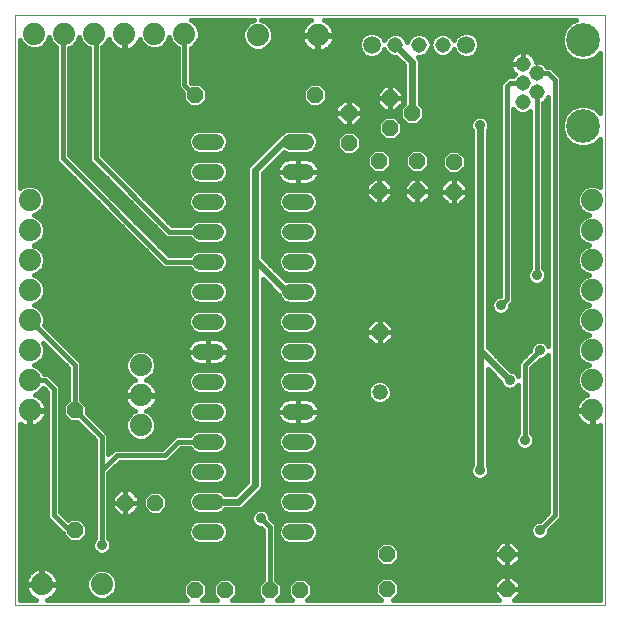
<source format=gbl>
G75*
%MOIN*%
%OFA0B0*%
%FSLAX25Y25*%
%IPPOS*%
%LPD*%
%AMOC8*
5,1,8,0,0,1.08239X$1,22.5*
%
%ADD10C,0.00000*%
%ADD11C,0.07400*%
%ADD12OC8,0.05200*%
%ADD13C,0.05150*%
%ADD14C,0.05937*%
%ADD15C,0.05200*%
%ADD16C,0.11220*%
%ADD17C,0.05200*%
%ADD18C,0.01600*%
%ADD19C,0.02400*%
%ADD20C,0.03562*%
D10*
X0011800Y0021800D02*
X0011800Y0218650D01*
X0208650Y0218650D01*
X0208650Y0021800D01*
X0011800Y0021800D01*
D11*
X0020800Y0028800D03*
X0040800Y0028800D03*
X0053800Y0081800D03*
X0053800Y0091800D03*
X0053800Y0101800D03*
X0016800Y0096800D03*
X0016800Y0086800D03*
X0016800Y0106800D03*
X0016800Y0116800D03*
X0016800Y0126800D03*
X0016800Y0136800D03*
X0016800Y0146800D03*
X0016800Y0156800D03*
X0018300Y0212300D03*
X0028300Y0212300D03*
X0038300Y0212300D03*
X0048300Y0212300D03*
X0058300Y0212300D03*
X0068300Y0212300D03*
X0092800Y0211800D03*
X0112800Y0211800D03*
X0204300Y0156800D03*
X0204300Y0146800D03*
X0204300Y0136800D03*
X0204300Y0126800D03*
X0204300Y0116800D03*
X0204300Y0106800D03*
X0204300Y0096800D03*
X0204300Y0086800D03*
D12*
X0175800Y0038800D03*
X0175800Y0027300D03*
X0135800Y0027300D03*
X0135800Y0038800D03*
X0106800Y0026800D03*
X0096800Y0026800D03*
X0081800Y0026800D03*
X0071800Y0026800D03*
X0058650Y0056036D03*
X0048650Y0056036D03*
X0031800Y0046800D03*
X0031800Y0086800D03*
X0123095Y0175950D03*
X0123095Y0185950D03*
X0111800Y0191800D03*
X0133233Y0169950D03*
X0133233Y0159950D03*
X0145800Y0159800D03*
X0145800Y0169800D03*
X0158052Y0169650D03*
X0158052Y0159650D03*
X0136800Y0180800D03*
X0144300Y0185800D03*
X0136800Y0190800D03*
X0071800Y0191800D03*
X0133414Y0112824D03*
D13*
X0181146Y0189595D03*
X0185871Y0192745D03*
X0181146Y0195894D03*
X0185871Y0199044D03*
X0181146Y0202194D03*
X0154398Y0208670D03*
X0146524Y0208670D03*
X0138650Y0208670D03*
D14*
X0130776Y0208670D03*
X0162272Y0208670D03*
D15*
X0108829Y0176367D02*
X0103629Y0176367D01*
X0103629Y0166367D02*
X0108829Y0166367D01*
X0108829Y0156367D02*
X0103629Y0156367D01*
X0103629Y0146367D02*
X0108829Y0146367D01*
X0108829Y0136367D02*
X0103629Y0136367D01*
X0103629Y0126367D02*
X0108829Y0126367D01*
X0108829Y0116367D02*
X0103629Y0116367D01*
X0103629Y0106367D02*
X0108829Y0106367D01*
X0108829Y0096367D02*
X0103629Y0096367D01*
X0103629Y0086367D02*
X0108829Y0086367D01*
X0108829Y0076367D02*
X0103629Y0076367D01*
X0103629Y0066367D02*
X0108829Y0066367D01*
X0108829Y0056367D02*
X0103629Y0056367D01*
X0103629Y0046367D02*
X0108829Y0046367D01*
X0078829Y0046367D02*
X0073629Y0046367D01*
X0073629Y0056367D02*
X0078829Y0056367D01*
X0078829Y0066367D02*
X0073629Y0066367D01*
X0073629Y0076367D02*
X0078829Y0076367D01*
X0078829Y0086367D02*
X0073629Y0086367D01*
X0073629Y0096367D02*
X0078829Y0096367D01*
X0078829Y0106367D02*
X0073629Y0106367D01*
X0073629Y0116367D02*
X0078829Y0116367D01*
X0078829Y0126367D02*
X0073629Y0126367D01*
X0073629Y0136367D02*
X0078829Y0136367D01*
X0078829Y0146367D02*
X0073629Y0146367D01*
X0073629Y0156367D02*
X0078829Y0156367D01*
X0078829Y0166367D02*
X0073629Y0166367D01*
X0073629Y0176367D02*
X0078829Y0176367D01*
D16*
X0201225Y0181524D03*
X0201225Y0210265D03*
D17*
X0133414Y0092824D03*
D18*
X0130265Y0095332D02*
X0112730Y0095332D01*
X0112829Y0095571D02*
X0112829Y0097163D01*
X0112220Y0098633D01*
X0111095Y0099758D01*
X0109625Y0100367D01*
X0102833Y0100367D01*
X0101363Y0099758D01*
X0100238Y0098633D01*
X0099629Y0097163D01*
X0099629Y0095571D01*
X0100238Y0094101D01*
X0101363Y0092976D01*
X0102833Y0092367D01*
X0109625Y0092367D01*
X0111095Y0092976D01*
X0112220Y0094101D01*
X0112829Y0095571D01*
X0112829Y0096930D02*
X0164200Y0096930D01*
X0164200Y0095332D02*
X0136563Y0095332D01*
X0136805Y0095089D02*
X0135680Y0096215D01*
X0134210Y0096824D01*
X0132619Y0096824D01*
X0131148Y0096215D01*
X0130023Y0095089D01*
X0129414Y0093619D01*
X0129414Y0092028D01*
X0130023Y0090558D01*
X0131148Y0089433D01*
X0132619Y0088824D01*
X0134210Y0088824D01*
X0135680Y0089433D01*
X0136805Y0090558D01*
X0137414Y0092028D01*
X0137414Y0093619D01*
X0136805Y0095089D01*
X0137367Y0093733D02*
X0164200Y0093733D01*
X0164200Y0092134D02*
X0137414Y0092134D01*
X0136783Y0090536D02*
X0164200Y0090536D01*
X0164200Y0088937D02*
X0134485Y0088937D01*
X0132344Y0088937D02*
X0112400Y0088937D01*
X0112592Y0088673D02*
X0112185Y0089233D01*
X0111696Y0089723D01*
X0111135Y0090130D01*
X0110518Y0090445D01*
X0109859Y0090659D01*
X0109175Y0090767D01*
X0106229Y0090767D01*
X0103283Y0090767D01*
X0102599Y0090659D01*
X0101940Y0090445D01*
X0101323Y0090130D01*
X0100763Y0089723D01*
X0100273Y0089233D01*
X0099866Y0088673D01*
X0099551Y0088056D01*
X0099337Y0087397D01*
X0099229Y0086713D01*
X0099229Y0086367D01*
X0106229Y0086367D01*
X0106229Y0086367D01*
X0106229Y0090767D01*
X0106229Y0086367D01*
X0106229Y0086367D01*
X0099229Y0086367D01*
X0099229Y0086021D01*
X0099337Y0085337D01*
X0099551Y0084678D01*
X0099866Y0084061D01*
X0100273Y0083501D01*
X0100763Y0083011D01*
X0101323Y0082604D01*
X0101940Y0082289D01*
X0102599Y0082075D01*
X0103283Y0081967D01*
X0106229Y0081967D01*
X0106229Y0086367D01*
X0106229Y0086367D01*
X0113229Y0086367D01*
X0113229Y0086713D01*
X0113121Y0087397D01*
X0112907Y0088056D01*
X0112592Y0088673D01*
X0113130Y0087339D02*
X0164200Y0087339D01*
X0164200Y0085740D02*
X0113185Y0085740D01*
X0113229Y0086021D02*
X0113121Y0085337D01*
X0112907Y0084678D01*
X0112592Y0084061D01*
X0112185Y0083501D01*
X0111696Y0083011D01*
X0111135Y0082604D01*
X0110518Y0082289D01*
X0109859Y0082075D01*
X0109175Y0081967D01*
X0106229Y0081967D01*
X0106229Y0086367D01*
X0106229Y0086367D01*
X0113229Y0086367D01*
X0113229Y0086021D01*
X0112634Y0084142D02*
X0164200Y0084142D01*
X0164200Y0082543D02*
X0111017Y0082543D01*
X0109625Y0080367D02*
X0111095Y0079758D01*
X0112220Y0078633D01*
X0112829Y0077163D01*
X0112829Y0075571D01*
X0112220Y0074101D01*
X0111095Y0072976D01*
X0109625Y0072367D01*
X0102833Y0072367D01*
X0101363Y0072976D01*
X0100238Y0074101D01*
X0099629Y0075571D01*
X0099629Y0077163D01*
X0100238Y0078633D01*
X0101363Y0079758D01*
X0102833Y0080367D01*
X0109625Y0080367D01*
X0111506Y0079346D02*
X0164200Y0079346D01*
X0164200Y0077748D02*
X0112587Y0077748D01*
X0112829Y0076149D02*
X0164200Y0076149D01*
X0164200Y0074551D02*
X0112406Y0074551D01*
X0111038Y0072952D02*
X0164200Y0072952D01*
X0164200Y0071354D02*
X0094400Y0071354D01*
X0094400Y0072952D02*
X0101420Y0072952D01*
X0100052Y0074551D02*
X0094400Y0074551D01*
X0094400Y0076149D02*
X0099629Y0076149D01*
X0099872Y0077748D02*
X0094400Y0077748D01*
X0094400Y0079346D02*
X0100952Y0079346D01*
X0101441Y0082543D02*
X0094400Y0082543D01*
X0094400Y0080945D02*
X0164200Y0080945D01*
X0169400Y0080945D02*
X0179600Y0080945D01*
X0179600Y0082543D02*
X0169400Y0082543D01*
X0169400Y0084142D02*
X0179600Y0084142D01*
X0179600Y0085740D02*
X0169400Y0085740D01*
X0169400Y0087339D02*
X0179600Y0087339D01*
X0179600Y0088937D02*
X0169400Y0088937D01*
X0169400Y0090536D02*
X0179600Y0090536D01*
X0179600Y0092134D02*
X0169400Y0092134D01*
X0169400Y0093733D02*
X0175892Y0093733D01*
X0176167Y0093619D02*
X0177433Y0093619D01*
X0178602Y0094103D01*
X0179497Y0094998D01*
X0179600Y0095247D01*
X0179600Y0079099D01*
X0179103Y0078602D01*
X0178619Y0077433D01*
X0178619Y0076167D01*
X0179103Y0074998D01*
X0179998Y0074103D01*
X0181167Y0073619D01*
X0182433Y0073619D01*
X0183602Y0074103D01*
X0184497Y0074998D01*
X0184981Y0076167D01*
X0184981Y0077433D01*
X0184497Y0078602D01*
X0184000Y0079099D01*
X0184000Y0100889D01*
X0186730Y0103619D01*
X0187433Y0103619D01*
X0188602Y0104103D01*
X0189497Y0104998D01*
X0189600Y0105247D01*
X0189600Y0052711D01*
X0186870Y0049981D01*
X0186167Y0049981D01*
X0184998Y0049497D01*
X0184103Y0048602D01*
X0183619Y0047433D01*
X0183619Y0046167D01*
X0184103Y0044998D01*
X0184998Y0044103D01*
X0186167Y0043619D01*
X0187433Y0043619D01*
X0188602Y0044103D01*
X0189497Y0044998D01*
X0189981Y0046167D01*
X0189981Y0046870D01*
X0194000Y0050889D01*
X0194000Y0197711D01*
X0190467Y0201244D01*
X0189262Y0201244D01*
X0189241Y0201296D01*
X0188122Y0202414D01*
X0186662Y0203019D01*
X0185445Y0203019D01*
X0185414Y0203218D01*
X0185201Y0203873D01*
X0184888Y0204487D01*
X0184483Y0205044D01*
X0183996Y0205531D01*
X0183439Y0205935D01*
X0182826Y0206248D01*
X0182171Y0206461D01*
X0181491Y0206568D01*
X0181147Y0206568D01*
X0181147Y0202194D01*
X0181146Y0202194D01*
X0181146Y0202194D01*
X0176772Y0202194D01*
X0176772Y0202538D01*
X0176879Y0203218D01*
X0177092Y0203873D01*
X0177405Y0204487D01*
X0177810Y0205044D01*
X0178296Y0205531D01*
X0178854Y0205935D01*
X0179467Y0206248D01*
X0180122Y0206461D01*
X0180802Y0206568D01*
X0181146Y0206568D01*
X0181146Y0202194D01*
X0176772Y0202194D01*
X0176772Y0201849D01*
X0176879Y0201169D01*
X0177092Y0200514D01*
X0177405Y0199901D01*
X0177810Y0199344D01*
X0178296Y0198857D01*
X0178407Y0198776D01*
X0177777Y0198146D01*
X0177755Y0198094D01*
X0175983Y0198094D01*
X0174889Y0197000D01*
X0173600Y0195711D01*
X0173600Y0124981D01*
X0173167Y0124981D01*
X0171998Y0124497D01*
X0171103Y0123602D01*
X0170619Y0122433D01*
X0170619Y0121167D01*
X0171103Y0119998D01*
X0171998Y0119103D01*
X0173167Y0118619D01*
X0174433Y0118619D01*
X0175602Y0119103D01*
X0176497Y0119998D01*
X0176981Y0121167D01*
X0176981Y0121870D01*
X0178000Y0122889D01*
X0178000Y0187121D01*
X0178895Y0186226D01*
X0180356Y0185620D01*
X0181937Y0185620D01*
X0183398Y0186226D01*
X0183600Y0186428D01*
X0183600Y0134099D01*
X0183103Y0133602D01*
X0182619Y0132433D01*
X0182619Y0131167D01*
X0183103Y0129998D01*
X0183998Y0129103D01*
X0185167Y0128619D01*
X0186433Y0128619D01*
X0187602Y0129103D01*
X0188497Y0129998D01*
X0188981Y0131167D01*
X0188981Y0132433D01*
X0188497Y0133602D01*
X0188000Y0134099D01*
X0188000Y0189325D01*
X0188122Y0189375D01*
X0189241Y0190493D01*
X0189600Y0191361D01*
X0189600Y0108353D01*
X0189497Y0108602D01*
X0188602Y0109497D01*
X0187433Y0109981D01*
X0186167Y0109981D01*
X0184998Y0109497D01*
X0184103Y0108602D01*
X0183619Y0107433D01*
X0183619Y0106730D01*
X0179600Y0102711D01*
X0179600Y0098353D01*
X0179497Y0098602D01*
X0178602Y0099497D01*
X0177433Y0099981D01*
X0177296Y0099981D01*
X0169400Y0107877D01*
X0169400Y0179901D01*
X0169497Y0179998D01*
X0169981Y0181167D01*
X0169981Y0182433D01*
X0169497Y0183602D01*
X0168602Y0184497D01*
X0167433Y0184981D01*
X0166167Y0184981D01*
X0164998Y0184497D01*
X0164103Y0183602D01*
X0163619Y0182433D01*
X0163619Y0181167D01*
X0164103Y0179998D01*
X0164200Y0179901D01*
X0164200Y0068699D01*
X0164103Y0068602D01*
X0163619Y0067433D01*
X0163619Y0066167D01*
X0164103Y0064998D01*
X0164998Y0064103D01*
X0166167Y0063619D01*
X0167433Y0063619D01*
X0168602Y0064103D01*
X0169497Y0064998D01*
X0169981Y0066167D01*
X0169981Y0067433D01*
X0169497Y0068602D01*
X0169400Y0068699D01*
X0169400Y0100523D01*
X0173619Y0096304D01*
X0173619Y0096167D01*
X0174103Y0094998D01*
X0174998Y0094103D01*
X0176167Y0093619D01*
X0177708Y0093733D02*
X0179600Y0093733D01*
X0184000Y0093733D02*
X0189600Y0093733D01*
X0189600Y0092134D02*
X0184000Y0092134D01*
X0184000Y0090536D02*
X0189600Y0090536D01*
X0189600Y0088937D02*
X0184000Y0088937D01*
X0184000Y0087339D02*
X0189600Y0087339D01*
X0189600Y0085740D02*
X0184000Y0085740D01*
X0184000Y0084142D02*
X0189600Y0084142D01*
X0189600Y0082543D02*
X0184000Y0082543D01*
X0184000Y0080945D02*
X0189600Y0080945D01*
X0189600Y0079346D02*
X0184000Y0079346D01*
X0184851Y0077748D02*
X0189600Y0077748D01*
X0189600Y0076149D02*
X0184974Y0076149D01*
X0184050Y0074551D02*
X0189600Y0074551D01*
X0189600Y0072952D02*
X0169400Y0072952D01*
X0169400Y0071354D02*
X0189600Y0071354D01*
X0189600Y0069755D02*
X0169400Y0069755D01*
X0169681Y0068157D02*
X0189600Y0068157D01*
X0189600Y0066558D02*
X0169981Y0066558D01*
X0169459Y0064960D02*
X0189600Y0064960D01*
X0189600Y0063361D02*
X0111480Y0063361D01*
X0111095Y0062976D02*
X0112220Y0064101D01*
X0112829Y0065571D01*
X0112829Y0067163D01*
X0112220Y0068633D01*
X0111095Y0069758D01*
X0109625Y0070367D01*
X0102833Y0070367D01*
X0101363Y0069758D01*
X0100238Y0068633D01*
X0099629Y0067163D01*
X0099629Y0065571D01*
X0100238Y0064101D01*
X0101363Y0062976D01*
X0102833Y0062367D01*
X0109625Y0062367D01*
X0111095Y0062976D01*
X0112576Y0064960D02*
X0164141Y0064960D01*
X0163619Y0066558D02*
X0112829Y0066558D01*
X0112417Y0068157D02*
X0163919Y0068157D01*
X0164200Y0069755D02*
X0111098Y0069755D01*
X0109625Y0060367D02*
X0102833Y0060367D01*
X0101363Y0059758D01*
X0100238Y0058633D01*
X0099629Y0057163D01*
X0099629Y0055571D01*
X0100238Y0054101D01*
X0101363Y0052976D01*
X0102833Y0052367D01*
X0109625Y0052367D01*
X0111095Y0052976D01*
X0112220Y0054101D01*
X0112829Y0055571D01*
X0112829Y0057163D01*
X0112220Y0058633D01*
X0111095Y0059758D01*
X0109625Y0060367D01*
X0110114Y0060164D02*
X0189600Y0060164D01*
X0189600Y0058566D02*
X0112248Y0058566D01*
X0112829Y0056967D02*
X0189600Y0056967D01*
X0189600Y0055369D02*
X0112745Y0055369D01*
X0111889Y0053770D02*
X0189600Y0053770D01*
X0189060Y0052172D02*
X0096675Y0052172D01*
X0096497Y0052602D02*
X0095602Y0053497D01*
X0094433Y0053981D01*
X0093167Y0053981D01*
X0091998Y0053497D01*
X0091103Y0052602D01*
X0090619Y0051433D01*
X0090619Y0050167D01*
X0091103Y0048998D01*
X0091998Y0048103D01*
X0093167Y0047619D01*
X0093870Y0047619D01*
X0094600Y0046889D01*
X0094600Y0030257D01*
X0092800Y0028457D01*
X0092800Y0025143D01*
X0094343Y0023600D01*
X0084257Y0023600D01*
X0085800Y0025143D01*
X0085800Y0028457D01*
X0083457Y0030800D01*
X0080143Y0030800D01*
X0077800Y0028457D01*
X0077800Y0025143D01*
X0079343Y0023600D01*
X0074257Y0023600D01*
X0075800Y0025143D01*
X0075800Y0028457D01*
X0073457Y0030800D01*
X0070143Y0030800D01*
X0067800Y0028457D01*
X0067800Y0025143D01*
X0069343Y0023600D01*
X0022594Y0023600D01*
X0022911Y0023703D01*
X0023683Y0024096D01*
X0024383Y0024605D01*
X0024995Y0025217D01*
X0025504Y0025917D01*
X0025897Y0026689D01*
X0026165Y0027512D01*
X0026300Y0028367D01*
X0026300Y0028600D01*
X0021000Y0028600D01*
X0021000Y0029000D01*
X0020600Y0029000D01*
X0020600Y0034300D01*
X0020367Y0034300D01*
X0019512Y0034165D01*
X0018689Y0033897D01*
X0017917Y0033504D01*
X0017217Y0032995D01*
X0016605Y0032383D01*
X0016096Y0031683D01*
X0015703Y0030911D01*
X0015435Y0030088D01*
X0015300Y0029233D01*
X0015300Y0029000D01*
X0020600Y0029000D01*
X0020600Y0028600D01*
X0015300Y0028600D01*
X0015300Y0028367D01*
X0015435Y0027512D01*
X0015703Y0026689D01*
X0016096Y0025917D01*
X0016605Y0025217D01*
X0017217Y0024605D01*
X0017917Y0024096D01*
X0018689Y0023703D01*
X0019006Y0023600D01*
X0013600Y0023600D01*
X0013600Y0082327D01*
X0013917Y0082096D01*
X0014689Y0081703D01*
X0015512Y0081435D01*
X0016367Y0081300D01*
X0016600Y0081300D01*
X0016600Y0086600D01*
X0017000Y0086600D01*
X0017000Y0087000D01*
X0022300Y0087000D01*
X0022300Y0087233D01*
X0022165Y0088088D01*
X0021897Y0088911D01*
X0021504Y0089683D01*
X0020995Y0090383D01*
X0020383Y0090995D01*
X0019683Y0091504D01*
X0018911Y0091897D01*
X0018563Y0092010D01*
X0019689Y0092476D01*
X0021124Y0093911D01*
X0021257Y0094232D01*
X0022600Y0092889D01*
X0022600Y0050889D01*
X0023889Y0049600D01*
X0027800Y0045689D01*
X0027800Y0045143D01*
X0030143Y0042800D01*
X0033457Y0042800D01*
X0035800Y0045143D01*
X0035800Y0048457D01*
X0033457Y0050800D01*
X0030143Y0050800D01*
X0029527Y0050184D01*
X0027000Y0052711D01*
X0027000Y0094711D01*
X0024000Y0097711D01*
X0024000Y0097711D01*
X0022711Y0099000D01*
X0021409Y0099000D01*
X0021124Y0099689D01*
X0019689Y0101124D01*
X0018056Y0101800D01*
X0019689Y0102476D01*
X0021124Y0103911D01*
X0021900Y0105786D01*
X0021900Y0107814D01*
X0021352Y0109136D01*
X0029600Y0100889D01*
X0029600Y0090257D01*
X0027800Y0088457D01*
X0027800Y0085143D01*
X0030143Y0082800D01*
X0032689Y0082800D01*
X0038600Y0076889D01*
X0038600Y0044099D01*
X0038103Y0043602D01*
X0037619Y0042433D01*
X0037619Y0041167D01*
X0038103Y0039998D01*
X0038998Y0039103D01*
X0040167Y0038619D01*
X0041433Y0038619D01*
X0042602Y0039103D01*
X0043497Y0039998D01*
X0043981Y0041167D01*
X0043981Y0042433D01*
X0043497Y0043602D01*
X0043000Y0044099D01*
X0043000Y0065889D01*
X0046711Y0069600D01*
X0062711Y0069600D01*
X0064000Y0070889D01*
X0067278Y0074167D01*
X0070211Y0074167D01*
X0070238Y0074101D01*
X0071363Y0072976D01*
X0072833Y0072367D01*
X0079625Y0072367D01*
X0081095Y0072976D01*
X0082220Y0074101D01*
X0082829Y0075571D01*
X0082829Y0077163D01*
X0082220Y0078633D01*
X0081095Y0079758D01*
X0079625Y0080367D01*
X0072833Y0080367D01*
X0071363Y0079758D01*
X0070238Y0078633D01*
X0070211Y0078567D01*
X0065456Y0078567D01*
X0060889Y0074000D01*
X0044889Y0074000D01*
X0043000Y0072111D01*
X0043000Y0078711D01*
X0035800Y0085911D01*
X0035800Y0088457D01*
X0034000Y0090257D01*
X0034000Y0102711D01*
X0021615Y0115097D01*
X0021900Y0115786D01*
X0021900Y0117814D01*
X0021124Y0119689D01*
X0019689Y0121124D01*
X0018056Y0121800D01*
X0019689Y0122476D01*
X0021124Y0123911D01*
X0021900Y0125786D01*
X0021900Y0127814D01*
X0021124Y0129689D01*
X0019689Y0131124D01*
X0018056Y0131800D01*
X0019689Y0132476D01*
X0021124Y0133911D01*
X0021900Y0135786D01*
X0021900Y0137814D01*
X0021124Y0139689D01*
X0019689Y0141124D01*
X0018056Y0141800D01*
X0019689Y0142476D01*
X0021124Y0143911D01*
X0021900Y0145786D01*
X0021900Y0147814D01*
X0021124Y0149689D01*
X0019689Y0151124D01*
X0018056Y0151800D01*
X0019689Y0152476D01*
X0021124Y0153911D01*
X0021900Y0155786D01*
X0021900Y0157814D01*
X0021124Y0159689D01*
X0019689Y0161124D01*
X0017814Y0161900D01*
X0015786Y0161900D01*
X0013911Y0161124D01*
X0013600Y0160812D01*
X0013600Y0210320D01*
X0013976Y0209411D01*
X0015411Y0207976D01*
X0017286Y0207200D01*
X0019314Y0207200D01*
X0021189Y0207976D01*
X0022624Y0209411D01*
X0023300Y0211044D01*
X0023976Y0209411D01*
X0025411Y0207976D01*
X0025600Y0207898D01*
X0025600Y0169889D01*
X0026889Y0168600D01*
X0061322Y0134167D01*
X0070211Y0134167D01*
X0070238Y0134101D01*
X0071363Y0132976D01*
X0072833Y0132367D01*
X0079625Y0132367D01*
X0081095Y0132976D01*
X0082220Y0134101D01*
X0082829Y0135571D01*
X0082829Y0137163D01*
X0082220Y0138633D01*
X0081095Y0139758D01*
X0079625Y0140367D01*
X0072833Y0140367D01*
X0071363Y0139758D01*
X0070238Y0138633D01*
X0070211Y0138567D01*
X0063144Y0138567D01*
X0030000Y0171711D01*
X0030000Y0207484D01*
X0031189Y0207976D01*
X0032624Y0209411D01*
X0033300Y0211044D01*
X0033976Y0209411D01*
X0035411Y0207976D01*
X0036600Y0207484D01*
X0036600Y0169889D01*
X0037889Y0168600D01*
X0062322Y0144167D01*
X0070211Y0144167D01*
X0070238Y0144101D01*
X0071363Y0142976D01*
X0072833Y0142367D01*
X0079625Y0142367D01*
X0081095Y0142976D01*
X0082220Y0144101D01*
X0082829Y0145571D01*
X0082829Y0147163D01*
X0082220Y0148633D01*
X0081095Y0149758D01*
X0079625Y0150367D01*
X0072833Y0150367D01*
X0071363Y0149758D01*
X0070238Y0148633D01*
X0070211Y0148567D01*
X0064144Y0148567D01*
X0041000Y0171711D01*
X0041000Y0207898D01*
X0041189Y0207976D01*
X0042624Y0209411D01*
X0043090Y0210537D01*
X0043203Y0210189D01*
X0043596Y0209417D01*
X0044105Y0208717D01*
X0044717Y0208105D01*
X0045417Y0207596D01*
X0046189Y0207203D01*
X0047012Y0206935D01*
X0047867Y0206800D01*
X0048100Y0206800D01*
X0048100Y0212100D01*
X0048500Y0212100D01*
X0048500Y0206800D01*
X0048733Y0206800D01*
X0049588Y0206935D01*
X0050411Y0207203D01*
X0051183Y0207596D01*
X0051883Y0208105D01*
X0052495Y0208717D01*
X0053004Y0209417D01*
X0053397Y0210189D01*
X0053510Y0210537D01*
X0053976Y0209411D01*
X0055411Y0207976D01*
X0057286Y0207200D01*
X0059314Y0207200D01*
X0061189Y0207976D01*
X0062624Y0209411D01*
X0063300Y0211044D01*
X0063976Y0209411D01*
X0065411Y0207976D01*
X0066100Y0207691D01*
X0066100Y0194389D01*
X0067389Y0193100D01*
X0067800Y0192689D01*
X0067800Y0190143D01*
X0070143Y0187800D01*
X0073457Y0187800D01*
X0075800Y0190143D01*
X0075800Y0193457D01*
X0073457Y0195800D01*
X0070911Y0195800D01*
X0070500Y0196211D01*
X0070500Y0207691D01*
X0071189Y0207976D01*
X0072624Y0209411D01*
X0073400Y0211286D01*
X0073400Y0213314D01*
X0072624Y0215189D01*
X0071189Y0216624D01*
X0070641Y0216850D01*
X0091666Y0216850D01*
X0089911Y0216124D01*
X0088476Y0214689D01*
X0087700Y0212814D01*
X0087700Y0210786D01*
X0088476Y0208911D01*
X0089911Y0207476D01*
X0091786Y0206700D01*
X0093814Y0206700D01*
X0095689Y0207476D01*
X0097124Y0208911D01*
X0097900Y0210786D01*
X0097900Y0212814D01*
X0097124Y0214689D01*
X0095689Y0216124D01*
X0093934Y0216850D01*
X0110597Y0216850D01*
X0109917Y0216504D01*
X0109217Y0215995D01*
X0108605Y0215383D01*
X0108096Y0214683D01*
X0107703Y0213911D01*
X0107435Y0213088D01*
X0107300Y0212233D01*
X0107300Y0212000D01*
X0112600Y0212000D01*
X0112600Y0211600D01*
X0113000Y0211600D01*
X0113000Y0212000D01*
X0118300Y0212000D01*
X0118300Y0212233D01*
X0118165Y0213088D01*
X0117897Y0213911D01*
X0117504Y0214683D01*
X0116995Y0215383D01*
X0116383Y0215995D01*
X0115683Y0216504D01*
X0115003Y0216850D01*
X0198806Y0216850D01*
X0197254Y0216208D01*
X0195282Y0214236D01*
X0194215Y0211659D01*
X0194215Y0208870D01*
X0195282Y0206294D01*
X0197254Y0204322D01*
X0199831Y0203254D01*
X0202620Y0203254D01*
X0205196Y0204322D01*
X0206850Y0205976D01*
X0206850Y0185813D01*
X0205196Y0187467D01*
X0202620Y0188535D01*
X0199831Y0188535D01*
X0197254Y0187467D01*
X0195282Y0185495D01*
X0194215Y0182919D01*
X0194215Y0180130D01*
X0195282Y0177553D01*
X0197254Y0175581D01*
X0199831Y0174514D01*
X0202620Y0174514D01*
X0205196Y0175581D01*
X0206850Y0177236D01*
X0206850Y0161264D01*
X0205314Y0161900D01*
X0203286Y0161900D01*
X0201411Y0161124D01*
X0199976Y0159689D01*
X0199200Y0157814D01*
X0199200Y0155786D01*
X0199976Y0153911D01*
X0201411Y0152476D01*
X0203044Y0151800D01*
X0201411Y0151124D01*
X0199976Y0149689D01*
X0199200Y0147814D01*
X0199200Y0145786D01*
X0199976Y0143911D01*
X0201411Y0142476D01*
X0203044Y0141800D01*
X0201411Y0141124D01*
X0199976Y0139689D01*
X0199200Y0137814D01*
X0199200Y0135786D01*
X0199976Y0133911D01*
X0201411Y0132476D01*
X0203044Y0131800D01*
X0201411Y0131124D01*
X0199976Y0129689D01*
X0199200Y0127814D01*
X0199200Y0125786D01*
X0199976Y0123911D01*
X0201411Y0122476D01*
X0203044Y0121800D01*
X0201411Y0121124D01*
X0199976Y0119689D01*
X0199200Y0117814D01*
X0199200Y0115786D01*
X0199976Y0113911D01*
X0201411Y0112476D01*
X0203044Y0111800D01*
X0201411Y0111124D01*
X0199976Y0109689D01*
X0199200Y0107814D01*
X0199200Y0105786D01*
X0199976Y0103911D01*
X0201411Y0102476D01*
X0203044Y0101800D01*
X0201411Y0101124D01*
X0199976Y0099689D01*
X0199200Y0097814D01*
X0199200Y0095786D01*
X0199976Y0093911D01*
X0201411Y0092476D01*
X0202537Y0092010D01*
X0202189Y0091897D01*
X0201417Y0091504D01*
X0200717Y0090995D01*
X0200105Y0090383D01*
X0199596Y0089683D01*
X0199203Y0088911D01*
X0198935Y0088088D01*
X0198800Y0087233D01*
X0198800Y0087000D01*
X0204100Y0087000D01*
X0204100Y0086600D01*
X0204500Y0086600D01*
X0204500Y0081300D01*
X0204733Y0081300D01*
X0205588Y0081435D01*
X0206411Y0081703D01*
X0206850Y0081927D01*
X0206850Y0023600D01*
X0178323Y0023600D01*
X0180200Y0025477D01*
X0180200Y0027300D01*
X0180200Y0029123D01*
X0177623Y0031700D01*
X0175800Y0031700D01*
X0175800Y0027300D01*
X0175800Y0027300D01*
X0180200Y0027300D01*
X0175800Y0027300D01*
X0175800Y0027300D01*
X0175800Y0027300D01*
X0171400Y0027300D01*
X0171400Y0029123D01*
X0173977Y0031700D01*
X0175800Y0031700D01*
X0175800Y0027300D01*
X0171400Y0027300D01*
X0171400Y0025477D01*
X0173277Y0023600D01*
X0137757Y0023600D01*
X0139800Y0025643D01*
X0139800Y0028957D01*
X0137457Y0031300D01*
X0134143Y0031300D01*
X0131800Y0028957D01*
X0131800Y0025643D01*
X0133843Y0023600D01*
X0109257Y0023600D01*
X0110800Y0025143D01*
X0110800Y0028457D01*
X0108457Y0030800D01*
X0105143Y0030800D01*
X0102800Y0028457D01*
X0102800Y0025143D01*
X0104343Y0023600D01*
X0099257Y0023600D01*
X0100800Y0025143D01*
X0100800Y0028457D01*
X0099000Y0030257D01*
X0099000Y0048711D01*
X0096981Y0050730D01*
X0096981Y0051433D01*
X0096497Y0052602D01*
X0094942Y0053770D02*
X0100569Y0053770D01*
X0099713Y0055369D02*
X0089046Y0055369D01*
X0087840Y0054163D02*
X0093273Y0059596D01*
X0094004Y0060327D01*
X0094400Y0061283D01*
X0094400Y0130523D01*
X0099596Y0125327D01*
X0099825Y0125098D01*
X0100238Y0124101D01*
X0101363Y0122976D01*
X0102833Y0122367D01*
X0109625Y0122367D01*
X0111095Y0122976D01*
X0112220Y0124101D01*
X0112829Y0125571D01*
X0112829Y0127163D01*
X0112220Y0128633D01*
X0111095Y0129758D01*
X0109625Y0130367D01*
X0102833Y0130367D01*
X0102180Y0130096D01*
X0094400Y0137877D01*
X0094400Y0165723D01*
X0101568Y0172891D01*
X0102833Y0172367D01*
X0109625Y0172367D01*
X0111095Y0172976D01*
X0112220Y0174101D01*
X0112829Y0175571D01*
X0112829Y0177163D01*
X0112220Y0178633D01*
X0111095Y0179758D01*
X0109625Y0180367D01*
X0102833Y0180367D01*
X0101363Y0179758D01*
X0100809Y0179204D01*
X0100327Y0179004D01*
X0089596Y0168273D01*
X0089200Y0167317D01*
X0089200Y0062877D01*
X0085290Y0058967D01*
X0081886Y0058967D01*
X0081095Y0059758D01*
X0079625Y0060367D01*
X0072833Y0060367D01*
X0071363Y0059758D01*
X0070238Y0058633D01*
X0069629Y0057163D01*
X0069629Y0055571D01*
X0070238Y0054101D01*
X0071363Y0052976D01*
X0072833Y0052367D01*
X0079625Y0052367D01*
X0081095Y0052976D01*
X0081886Y0053767D01*
X0086884Y0053767D01*
X0087840Y0054163D01*
X0086892Y0053770D02*
X0092658Y0053770D01*
X0090925Y0052172D02*
X0060443Y0052172D01*
X0060307Y0052036D02*
X0062650Y0054379D01*
X0062650Y0057693D01*
X0060307Y0060036D01*
X0056994Y0060036D01*
X0054650Y0057693D01*
X0054650Y0054379D01*
X0056994Y0052036D01*
X0060307Y0052036D01*
X0062041Y0053770D02*
X0070569Y0053770D01*
X0069713Y0055369D02*
X0062650Y0055369D01*
X0062650Y0056967D02*
X0069629Y0056967D01*
X0070210Y0058566D02*
X0061778Y0058566D01*
X0055523Y0058566D02*
X0052343Y0058566D01*
X0053050Y0057859D02*
X0050473Y0060436D01*
X0048650Y0060436D01*
X0046828Y0060436D01*
X0044250Y0057859D01*
X0044250Y0056036D01*
X0044250Y0054214D01*
X0046828Y0051636D01*
X0048650Y0051636D01*
X0048650Y0056036D01*
X0044250Y0056036D01*
X0048650Y0056036D01*
X0048650Y0056036D01*
X0048650Y0056036D01*
X0048650Y0051636D01*
X0050473Y0051636D01*
X0053050Y0054214D01*
X0053050Y0056036D01*
X0048651Y0056036D01*
X0048651Y0056036D01*
X0053050Y0056036D01*
X0053050Y0057859D01*
X0053050Y0056967D02*
X0054650Y0056967D01*
X0054650Y0055369D02*
X0053050Y0055369D01*
X0052607Y0053770D02*
X0055260Y0053770D01*
X0056858Y0052172D02*
X0051008Y0052172D01*
X0048650Y0052172D02*
X0048650Y0052172D01*
X0048650Y0053770D02*
X0048650Y0053770D01*
X0048650Y0055369D02*
X0048650Y0055369D01*
X0048650Y0056036D02*
X0048650Y0060436D01*
X0048650Y0056036D01*
X0048650Y0056036D01*
X0048650Y0056967D02*
X0048650Y0056967D01*
X0048650Y0058566D02*
X0048650Y0058566D01*
X0048650Y0060164D02*
X0048650Y0060164D01*
X0046556Y0060164D02*
X0043000Y0060164D01*
X0043000Y0058566D02*
X0044957Y0058566D01*
X0044250Y0056967D02*
X0043000Y0056967D01*
X0043000Y0055369D02*
X0044250Y0055369D01*
X0044694Y0053770D02*
X0043000Y0053770D01*
X0043000Y0052172D02*
X0046292Y0052172D01*
X0043000Y0050573D02*
X0090619Y0050573D01*
X0091127Y0048975D02*
X0081878Y0048975D01*
X0082220Y0048633D02*
X0081095Y0049758D01*
X0079625Y0050367D01*
X0072833Y0050367D01*
X0071363Y0049758D01*
X0070238Y0048633D01*
X0069629Y0047163D01*
X0069629Y0045571D01*
X0070238Y0044101D01*
X0071363Y0042976D01*
X0072833Y0042367D01*
X0079625Y0042367D01*
X0081095Y0042976D01*
X0082220Y0044101D01*
X0082829Y0045571D01*
X0082829Y0047163D01*
X0082220Y0048633D01*
X0082741Y0047376D02*
X0094113Y0047376D01*
X0094600Y0045778D02*
X0082829Y0045778D01*
X0082252Y0044179D02*
X0094600Y0044179D01*
X0094600Y0042581D02*
X0080141Y0042581D01*
X0072318Y0042581D02*
X0043920Y0042581D01*
X0043904Y0040982D02*
X0094600Y0040982D01*
X0094600Y0039384D02*
X0042882Y0039384D01*
X0040800Y0041800D02*
X0040800Y0066800D01*
X0045800Y0071800D01*
X0061800Y0071800D01*
X0066367Y0076367D01*
X0076229Y0076367D01*
X0081038Y0072952D02*
X0089200Y0072952D01*
X0089200Y0071354D02*
X0064465Y0071354D01*
X0066064Y0072952D02*
X0071420Y0072952D01*
X0072833Y0070367D02*
X0071363Y0069758D01*
X0070238Y0068633D01*
X0069629Y0067163D01*
X0069629Y0065571D01*
X0070238Y0064101D01*
X0071363Y0062976D01*
X0072833Y0062367D01*
X0079625Y0062367D01*
X0081095Y0062976D01*
X0082220Y0064101D01*
X0082829Y0065571D01*
X0082829Y0067163D01*
X0082220Y0068633D01*
X0081095Y0069758D01*
X0079625Y0070367D01*
X0072833Y0070367D01*
X0071361Y0069755D02*
X0062867Y0069755D01*
X0061440Y0074551D02*
X0043000Y0074551D01*
X0043000Y0076149D02*
X0063038Y0076149D01*
X0064637Y0077748D02*
X0056960Y0077748D01*
X0056689Y0077476D02*
X0058124Y0078911D01*
X0058900Y0080786D01*
X0058900Y0082814D01*
X0058124Y0084689D01*
X0056689Y0086124D01*
X0055563Y0086590D01*
X0055911Y0086703D01*
X0056683Y0087096D01*
X0057383Y0087605D01*
X0057995Y0088217D01*
X0058504Y0088917D01*
X0058897Y0089689D01*
X0059165Y0090512D01*
X0059300Y0091367D01*
X0059300Y0091600D01*
X0054000Y0091600D01*
X0054000Y0092000D01*
X0059300Y0092000D01*
X0059300Y0092233D01*
X0059165Y0093088D01*
X0058897Y0093911D01*
X0058504Y0094683D01*
X0057995Y0095383D01*
X0057383Y0095995D01*
X0056683Y0096504D01*
X0055911Y0096897D01*
X0055563Y0097010D01*
X0056689Y0097476D01*
X0058124Y0098911D01*
X0058900Y0100786D01*
X0058900Y0102814D01*
X0058124Y0104689D01*
X0056689Y0106124D01*
X0054814Y0106900D01*
X0052786Y0106900D01*
X0050911Y0106124D01*
X0049476Y0104689D01*
X0048700Y0102814D01*
X0048700Y0100786D01*
X0049476Y0098911D01*
X0050911Y0097476D01*
X0052037Y0097010D01*
X0051689Y0096897D01*
X0050917Y0096504D01*
X0050217Y0095995D01*
X0049605Y0095383D01*
X0049096Y0094683D01*
X0048703Y0093911D01*
X0048435Y0093088D01*
X0048300Y0092233D01*
X0048300Y0092000D01*
X0053600Y0092000D01*
X0053600Y0091600D01*
X0048300Y0091600D01*
X0048300Y0091367D01*
X0048435Y0090512D01*
X0048703Y0089689D01*
X0049096Y0088917D01*
X0049605Y0088217D01*
X0050217Y0087605D01*
X0050917Y0087096D01*
X0051689Y0086703D01*
X0052037Y0086590D01*
X0050911Y0086124D01*
X0049476Y0084689D01*
X0048700Y0082814D01*
X0048700Y0080786D01*
X0049476Y0078911D01*
X0050911Y0077476D01*
X0052786Y0076700D01*
X0054814Y0076700D01*
X0056689Y0077476D01*
X0058304Y0079346D02*
X0070952Y0079346D01*
X0072407Y0082543D02*
X0058900Y0082543D01*
X0058900Y0080945D02*
X0089200Y0080945D01*
X0089200Y0082543D02*
X0080051Y0082543D01*
X0079625Y0082367D02*
X0081095Y0082976D01*
X0082220Y0084101D01*
X0082829Y0085571D01*
X0082829Y0087163D01*
X0082220Y0088633D01*
X0081095Y0089758D01*
X0079625Y0090367D01*
X0072833Y0090367D01*
X0071363Y0089758D01*
X0070238Y0088633D01*
X0069629Y0087163D01*
X0069629Y0085571D01*
X0070238Y0084101D01*
X0071363Y0082976D01*
X0072833Y0082367D01*
X0079625Y0082367D01*
X0082237Y0084142D02*
X0089200Y0084142D01*
X0089200Y0085740D02*
X0082829Y0085740D01*
X0082756Y0087339D02*
X0089200Y0087339D01*
X0089200Y0088937D02*
X0081915Y0088937D01*
X0081095Y0092976D02*
X0079625Y0092367D01*
X0072833Y0092367D01*
X0071363Y0092976D01*
X0070238Y0094101D01*
X0069629Y0095571D01*
X0069629Y0097163D01*
X0070238Y0098633D01*
X0071363Y0099758D01*
X0072833Y0100367D01*
X0079625Y0100367D01*
X0081095Y0099758D01*
X0082220Y0098633D01*
X0082829Y0097163D01*
X0082829Y0095571D01*
X0082220Y0094101D01*
X0081095Y0092976D01*
X0081852Y0093733D02*
X0089200Y0093733D01*
X0089200Y0092134D02*
X0059300Y0092134D01*
X0059168Y0090536D02*
X0089200Y0090536D01*
X0089200Y0095332D02*
X0082730Y0095332D01*
X0082829Y0096930D02*
X0089200Y0096930D01*
X0089200Y0098529D02*
X0082263Y0098529D01*
X0080204Y0100127D02*
X0089200Y0100127D01*
X0089200Y0101726D02*
X0058900Y0101726D01*
X0058689Y0103324D02*
X0070449Y0103324D01*
X0070273Y0103501D02*
X0070763Y0103011D01*
X0071323Y0102604D01*
X0071940Y0102289D01*
X0072599Y0102075D01*
X0073283Y0101967D01*
X0076229Y0101967D01*
X0076229Y0106367D01*
X0076229Y0106367D01*
X0069229Y0106367D01*
X0069229Y0106713D01*
X0069337Y0107397D01*
X0069551Y0108056D01*
X0069866Y0108673D01*
X0070273Y0109233D01*
X0070763Y0109723D01*
X0071323Y0110130D01*
X0071940Y0110445D01*
X0072599Y0110659D01*
X0073283Y0110767D01*
X0076229Y0110767D01*
X0076229Y0106367D01*
X0076229Y0106367D01*
X0069229Y0106367D01*
X0069229Y0106021D01*
X0069337Y0105337D01*
X0069551Y0104678D01*
X0069866Y0104061D01*
X0070273Y0103501D01*
X0069472Y0104923D02*
X0057890Y0104923D01*
X0055729Y0106521D02*
X0069229Y0106521D01*
X0069584Y0108120D02*
X0028592Y0108120D01*
X0026993Y0109718D02*
X0070758Y0109718D01*
X0071510Y0112915D02*
X0023796Y0112915D01*
X0025395Y0111317D02*
X0089200Y0111317D01*
X0089200Y0112915D02*
X0080948Y0112915D01*
X0081095Y0112976D02*
X0082220Y0114101D01*
X0082829Y0115571D01*
X0082829Y0117163D01*
X0082220Y0118633D01*
X0081095Y0119758D01*
X0079625Y0120367D01*
X0072833Y0120367D01*
X0071363Y0119758D01*
X0070238Y0118633D01*
X0069629Y0117163D01*
X0069629Y0115571D01*
X0070238Y0114101D01*
X0071363Y0112976D01*
X0072833Y0112367D01*
X0079625Y0112367D01*
X0081095Y0112976D01*
X0082391Y0114514D02*
X0089200Y0114514D01*
X0089200Y0116112D02*
X0082829Y0116112D01*
X0082602Y0117711D02*
X0089200Y0117711D01*
X0089200Y0119309D02*
X0081544Y0119309D01*
X0079961Y0122506D02*
X0089200Y0122506D01*
X0089200Y0120908D02*
X0019905Y0120908D01*
X0019719Y0122506D02*
X0072497Y0122506D01*
X0072833Y0122367D02*
X0079625Y0122367D01*
X0081095Y0122976D01*
X0082220Y0124101D01*
X0082829Y0125571D01*
X0082829Y0127163D01*
X0082220Y0128633D01*
X0081095Y0129758D01*
X0079625Y0130367D01*
X0072833Y0130367D01*
X0071363Y0129758D01*
X0070238Y0128633D01*
X0069629Y0127163D01*
X0069629Y0125571D01*
X0070238Y0124101D01*
X0071363Y0122976D01*
X0072833Y0122367D01*
X0070237Y0124105D02*
X0021204Y0124105D01*
X0021866Y0125703D02*
X0069629Y0125703D01*
X0069687Y0127302D02*
X0021900Y0127302D01*
X0021450Y0128900D02*
X0070506Y0128900D01*
X0070643Y0133696D02*
X0020908Y0133696D01*
X0021697Y0135294D02*
X0060194Y0135294D01*
X0058596Y0136893D02*
X0021900Y0136893D01*
X0021620Y0138491D02*
X0056997Y0138491D01*
X0055399Y0140090D02*
X0020723Y0140090D01*
X0018325Y0141688D02*
X0053800Y0141688D01*
X0052202Y0143287D02*
X0020499Y0143287D01*
X0021527Y0144885D02*
X0050603Y0144885D01*
X0049005Y0146484D02*
X0021900Y0146484D01*
X0021789Y0148082D02*
X0047406Y0148082D01*
X0045808Y0149681D02*
X0021127Y0149681D01*
X0019313Y0151279D02*
X0044209Y0151279D01*
X0042611Y0152878D02*
X0020090Y0152878D01*
X0021358Y0154476D02*
X0041012Y0154476D01*
X0039414Y0156075D02*
X0021900Y0156075D01*
X0021900Y0157673D02*
X0037815Y0157673D01*
X0036217Y0159272D02*
X0021296Y0159272D01*
X0019942Y0160870D02*
X0034618Y0160870D01*
X0033020Y0162469D02*
X0013600Y0162469D01*
X0013600Y0160870D02*
X0013658Y0160870D01*
X0013600Y0164068D02*
X0031421Y0164068D01*
X0029823Y0165666D02*
X0013600Y0165666D01*
X0013600Y0167265D02*
X0028224Y0167265D01*
X0026626Y0168863D02*
X0013600Y0168863D01*
X0013600Y0170462D02*
X0025600Y0170462D01*
X0025600Y0172060D02*
X0013600Y0172060D01*
X0013600Y0173659D02*
X0025600Y0173659D01*
X0025600Y0175257D02*
X0013600Y0175257D01*
X0013600Y0176856D02*
X0025600Y0176856D01*
X0025600Y0178454D02*
X0013600Y0178454D01*
X0013600Y0180053D02*
X0025600Y0180053D01*
X0025600Y0181651D02*
X0013600Y0181651D01*
X0013600Y0183250D02*
X0025600Y0183250D01*
X0025600Y0184848D02*
X0013600Y0184848D01*
X0013600Y0186447D02*
X0025600Y0186447D01*
X0025600Y0188045D02*
X0013600Y0188045D01*
X0013600Y0189644D02*
X0025600Y0189644D01*
X0025600Y0191242D02*
X0013600Y0191242D01*
X0013600Y0192841D02*
X0025600Y0192841D01*
X0025600Y0194439D02*
X0013600Y0194439D01*
X0013600Y0196038D02*
X0025600Y0196038D01*
X0025600Y0197636D02*
X0013600Y0197636D01*
X0013600Y0199235D02*
X0025600Y0199235D01*
X0025600Y0200833D02*
X0013600Y0200833D01*
X0013600Y0202432D02*
X0025600Y0202432D01*
X0025600Y0204030D02*
X0013600Y0204030D01*
X0013600Y0205629D02*
X0025600Y0205629D01*
X0025600Y0207227D02*
X0019380Y0207227D01*
X0017220Y0207227D02*
X0013600Y0207227D01*
X0013600Y0208826D02*
X0014562Y0208826D01*
X0022038Y0208826D02*
X0024562Y0208826D01*
X0023557Y0210424D02*
X0023043Y0210424D01*
X0027800Y0211800D02*
X0028300Y0212300D01*
X0027800Y0211800D02*
X0027800Y0170800D01*
X0062233Y0136367D01*
X0076229Y0136367D01*
X0080294Y0140090D02*
X0089200Y0140090D01*
X0089200Y0141688D02*
X0060023Y0141688D01*
X0061621Y0140090D02*
X0072165Y0140090D01*
X0071052Y0143287D02*
X0058424Y0143287D01*
X0056826Y0144885D02*
X0061603Y0144885D01*
X0063233Y0146367D02*
X0038800Y0170800D01*
X0038800Y0211800D01*
X0038300Y0212300D01*
X0042038Y0208826D02*
X0044026Y0208826D01*
X0043126Y0210424D02*
X0043043Y0210424D01*
X0041000Y0207227D02*
X0046141Y0207227D01*
X0048100Y0207227D02*
X0048500Y0207227D01*
X0048500Y0208826D02*
X0048100Y0208826D01*
X0048100Y0210424D02*
X0048500Y0210424D01*
X0048500Y0212023D02*
X0048100Y0212023D01*
X0050459Y0207227D02*
X0057220Y0207227D01*
X0059380Y0207227D02*
X0066100Y0207227D01*
X0066100Y0205629D02*
X0041000Y0205629D01*
X0041000Y0204030D02*
X0066100Y0204030D01*
X0066100Y0202432D02*
X0041000Y0202432D01*
X0041000Y0200833D02*
X0066100Y0200833D01*
X0066100Y0199235D02*
X0041000Y0199235D01*
X0041000Y0197636D02*
X0066100Y0197636D01*
X0066100Y0196038D02*
X0041000Y0196038D01*
X0041000Y0194439D02*
X0066100Y0194439D01*
X0067648Y0192841D02*
X0041000Y0192841D01*
X0041000Y0191242D02*
X0067800Y0191242D01*
X0068299Y0189644D02*
X0041000Y0189644D01*
X0041000Y0188045D02*
X0069898Y0188045D01*
X0073702Y0188045D02*
X0109898Y0188045D01*
X0110143Y0187800D02*
X0113457Y0187800D01*
X0115800Y0190143D01*
X0115800Y0193457D01*
X0113457Y0195800D01*
X0110143Y0195800D01*
X0107800Y0193457D01*
X0107800Y0190143D01*
X0110143Y0187800D01*
X0108299Y0189644D02*
X0075301Y0189644D01*
X0075800Y0191242D02*
X0107800Y0191242D01*
X0107800Y0192841D02*
X0075800Y0192841D01*
X0074818Y0194439D02*
X0108782Y0194439D01*
X0114818Y0194439D02*
X0134217Y0194439D01*
X0134977Y0195200D02*
X0132400Y0192623D01*
X0132400Y0190800D01*
X0136800Y0190800D01*
X0136800Y0190800D01*
X0136800Y0195200D01*
X0138623Y0195200D01*
X0141200Y0192623D01*
X0141200Y0190800D01*
X0136800Y0190800D01*
X0136800Y0190800D01*
X0136800Y0190800D01*
X0136800Y0195200D01*
X0134977Y0195200D01*
X0136800Y0194439D02*
X0136800Y0194439D01*
X0136800Y0192841D02*
X0136800Y0192841D01*
X0136800Y0191242D02*
X0136800Y0191242D01*
X0136800Y0190800D02*
X0132400Y0190800D01*
X0132400Y0188977D01*
X0134977Y0186400D01*
X0136800Y0186400D01*
X0138623Y0186400D01*
X0141200Y0188977D01*
X0141200Y0190800D01*
X0136800Y0190800D01*
X0136800Y0186400D01*
X0136800Y0190800D01*
X0136800Y0190800D01*
X0136800Y0189644D02*
X0136800Y0189644D01*
X0136800Y0188045D02*
X0136800Y0188045D01*
X0136800Y0186447D02*
X0136800Y0186447D01*
X0138669Y0186447D02*
X0140300Y0186447D01*
X0140300Y0187457D02*
X0140300Y0184143D01*
X0142643Y0181800D01*
X0145957Y0181800D01*
X0148300Y0184143D01*
X0148300Y0187457D01*
X0146900Y0188857D01*
X0146900Y0203538D01*
X0146504Y0204493D01*
X0146302Y0204695D01*
X0147315Y0204695D01*
X0148776Y0205300D01*
X0149894Y0206419D01*
X0150461Y0207788D01*
X0151029Y0206419D01*
X0152147Y0205300D01*
X0153608Y0204695D01*
X0155189Y0204695D01*
X0156650Y0205300D01*
X0157768Y0206419D01*
X0158122Y0207274D01*
X0158569Y0206196D01*
X0159798Y0204967D01*
X0161403Y0204302D01*
X0163141Y0204302D01*
X0164747Y0204967D01*
X0165976Y0206196D01*
X0166641Y0207801D01*
X0166641Y0209539D01*
X0165976Y0211145D01*
X0164747Y0212374D01*
X0163141Y0213039D01*
X0161403Y0213039D01*
X0159798Y0212374D01*
X0158569Y0211145D01*
X0158122Y0210066D01*
X0157768Y0210922D01*
X0156650Y0212040D01*
X0155189Y0212645D01*
X0153608Y0212645D01*
X0152147Y0212040D01*
X0151029Y0210922D01*
X0150461Y0209552D01*
X0149894Y0210922D01*
X0148776Y0212040D01*
X0147315Y0212645D01*
X0145734Y0212645D01*
X0144273Y0212040D01*
X0143155Y0210922D01*
X0142587Y0209552D01*
X0142020Y0210922D01*
X0140902Y0212040D01*
X0139441Y0212645D01*
X0137860Y0212645D01*
X0136399Y0212040D01*
X0135281Y0210922D01*
X0134926Y0210066D01*
X0134480Y0211145D01*
X0133251Y0212374D01*
X0131645Y0213039D01*
X0129907Y0213039D01*
X0128302Y0212374D01*
X0127073Y0211145D01*
X0126408Y0209539D01*
X0126408Y0207801D01*
X0127073Y0206196D01*
X0128302Y0204967D01*
X0129907Y0204302D01*
X0131645Y0204302D01*
X0133251Y0204967D01*
X0134480Y0206196D01*
X0134926Y0207274D01*
X0135281Y0206419D01*
X0136399Y0205300D01*
X0137860Y0204695D01*
X0138948Y0204695D01*
X0141700Y0201944D01*
X0141700Y0188857D01*
X0140300Y0187457D01*
X0140268Y0188045D02*
X0140888Y0188045D01*
X0141200Y0189644D02*
X0141700Y0189644D01*
X0141700Y0191242D02*
X0141200Y0191242D01*
X0140982Y0192841D02*
X0141700Y0192841D01*
X0141700Y0194439D02*
X0139383Y0194439D01*
X0141700Y0196038D02*
X0070674Y0196038D01*
X0070500Y0197636D02*
X0141700Y0197636D01*
X0141700Y0199235D02*
X0070500Y0199235D01*
X0070500Y0200833D02*
X0141700Y0200833D01*
X0141212Y0202432D02*
X0070500Y0202432D01*
X0070500Y0204030D02*
X0139613Y0204030D01*
X0136070Y0205629D02*
X0133913Y0205629D01*
X0134907Y0207227D02*
X0134946Y0207227D01*
X0135075Y0210424D02*
X0134778Y0210424D01*
X0133602Y0212023D02*
X0136382Y0212023D01*
X0140919Y0212023D02*
X0144256Y0212023D01*
X0142949Y0210424D02*
X0142226Y0210424D01*
X0148793Y0212023D02*
X0152130Y0212023D01*
X0150823Y0210424D02*
X0150100Y0210424D01*
X0150229Y0207227D02*
X0150694Y0207227D01*
X0151818Y0205629D02*
X0149104Y0205629D01*
X0146696Y0204030D02*
X0177172Y0204030D01*
X0176772Y0202432D02*
X0146900Y0202432D01*
X0146900Y0200833D02*
X0176989Y0200833D01*
X0177918Y0199235D02*
X0146900Y0199235D01*
X0146900Y0197636D02*
X0175525Y0197636D01*
X0176894Y0195894D02*
X0175800Y0194800D01*
X0175800Y0123800D01*
X0173800Y0121800D01*
X0171606Y0124105D02*
X0169400Y0124105D01*
X0169400Y0125703D02*
X0173600Y0125703D01*
X0173600Y0127302D02*
X0169400Y0127302D01*
X0169400Y0128900D02*
X0173600Y0128900D01*
X0173600Y0130499D02*
X0169400Y0130499D01*
X0169400Y0132097D02*
X0173600Y0132097D01*
X0173600Y0133696D02*
X0169400Y0133696D01*
X0169400Y0135294D02*
X0173600Y0135294D01*
X0173600Y0136893D02*
X0169400Y0136893D01*
X0169400Y0138491D02*
X0173600Y0138491D01*
X0173600Y0140090D02*
X0169400Y0140090D01*
X0169400Y0141688D02*
X0173600Y0141688D01*
X0173600Y0143287D02*
X0169400Y0143287D01*
X0169400Y0144885D02*
X0173600Y0144885D01*
X0173600Y0146484D02*
X0169400Y0146484D01*
X0169400Y0148082D02*
X0173600Y0148082D01*
X0173600Y0149681D02*
X0169400Y0149681D01*
X0169400Y0151279D02*
X0173600Y0151279D01*
X0173600Y0152878D02*
X0169400Y0152878D01*
X0169400Y0154476D02*
X0173600Y0154476D01*
X0173600Y0156075D02*
X0169400Y0156075D01*
X0169400Y0157673D02*
X0173600Y0157673D01*
X0173600Y0159272D02*
X0169400Y0159272D01*
X0169400Y0160870D02*
X0173600Y0160870D01*
X0173600Y0162469D02*
X0169400Y0162469D01*
X0169400Y0164068D02*
X0173600Y0164068D01*
X0173600Y0165666D02*
X0169400Y0165666D01*
X0169400Y0167265D02*
X0173600Y0167265D01*
X0173600Y0168863D02*
X0169400Y0168863D01*
X0169400Y0170462D02*
X0173600Y0170462D01*
X0173600Y0172060D02*
X0169400Y0172060D01*
X0169400Y0173659D02*
X0173600Y0173659D01*
X0173600Y0175257D02*
X0169400Y0175257D01*
X0169400Y0176856D02*
X0173600Y0176856D01*
X0173600Y0178454D02*
X0169400Y0178454D01*
X0169519Y0180053D02*
X0173600Y0180053D01*
X0173600Y0181651D02*
X0169981Y0181651D01*
X0169643Y0183250D02*
X0173600Y0183250D01*
X0173600Y0184848D02*
X0167754Y0184848D01*
X0165846Y0184848D02*
X0148300Y0184848D01*
X0148300Y0186447D02*
X0173600Y0186447D01*
X0173600Y0188045D02*
X0147712Y0188045D01*
X0146900Y0189644D02*
X0173600Y0189644D01*
X0173600Y0191242D02*
X0146900Y0191242D01*
X0146900Y0192841D02*
X0173600Y0192841D01*
X0173600Y0194439D02*
X0146900Y0194439D01*
X0146900Y0196038D02*
X0173926Y0196038D01*
X0176894Y0195894D02*
X0181146Y0195894D01*
X0185800Y0192674D02*
X0185871Y0192745D01*
X0185800Y0192674D02*
X0185800Y0131800D01*
X0188704Y0130499D02*
X0189600Y0130499D01*
X0189600Y0132097D02*
X0188981Y0132097D01*
X0188403Y0133696D02*
X0189600Y0133696D01*
X0189600Y0135294D02*
X0188000Y0135294D01*
X0188000Y0136893D02*
X0189600Y0136893D01*
X0189600Y0138491D02*
X0188000Y0138491D01*
X0188000Y0140090D02*
X0189600Y0140090D01*
X0189600Y0141688D02*
X0188000Y0141688D01*
X0188000Y0143287D02*
X0189600Y0143287D01*
X0189600Y0144885D02*
X0188000Y0144885D01*
X0188000Y0146484D02*
X0189600Y0146484D01*
X0189600Y0148082D02*
X0188000Y0148082D01*
X0188000Y0149681D02*
X0189600Y0149681D01*
X0189600Y0151279D02*
X0188000Y0151279D01*
X0188000Y0152878D02*
X0189600Y0152878D01*
X0189600Y0154476D02*
X0188000Y0154476D01*
X0188000Y0156075D02*
X0189600Y0156075D01*
X0189600Y0157673D02*
X0188000Y0157673D01*
X0188000Y0159272D02*
X0189600Y0159272D01*
X0189600Y0160870D02*
X0188000Y0160870D01*
X0188000Y0162469D02*
X0189600Y0162469D01*
X0189600Y0164068D02*
X0188000Y0164068D01*
X0188000Y0165666D02*
X0189600Y0165666D01*
X0189600Y0167265D02*
X0188000Y0167265D01*
X0188000Y0168863D02*
X0189600Y0168863D01*
X0189600Y0170462D02*
X0188000Y0170462D01*
X0188000Y0172060D02*
X0189600Y0172060D01*
X0189600Y0173659D02*
X0188000Y0173659D01*
X0188000Y0175257D02*
X0189600Y0175257D01*
X0189600Y0176856D02*
X0188000Y0176856D01*
X0188000Y0178454D02*
X0189600Y0178454D01*
X0189600Y0180053D02*
X0188000Y0180053D01*
X0188000Y0181651D02*
X0189600Y0181651D01*
X0189600Y0183250D02*
X0188000Y0183250D01*
X0188000Y0184848D02*
X0189600Y0184848D01*
X0189600Y0186447D02*
X0188000Y0186447D01*
X0188000Y0188045D02*
X0189600Y0188045D01*
X0189600Y0189644D02*
X0188391Y0189644D01*
X0189551Y0191242D02*
X0189600Y0191242D01*
X0194000Y0191242D02*
X0206850Y0191242D01*
X0206850Y0189644D02*
X0194000Y0189644D01*
X0194000Y0188045D02*
X0198649Y0188045D01*
X0196233Y0186447D02*
X0194000Y0186447D01*
X0194000Y0184848D02*
X0195014Y0184848D01*
X0194352Y0183250D02*
X0194000Y0183250D01*
X0194000Y0181651D02*
X0194215Y0181651D01*
X0194247Y0180053D02*
X0194000Y0180053D01*
X0194000Y0178454D02*
X0194909Y0178454D01*
X0194000Y0176856D02*
X0195980Y0176856D01*
X0194000Y0175257D02*
X0198037Y0175257D01*
X0194000Y0173659D02*
X0206850Y0173659D01*
X0206850Y0175257D02*
X0204413Y0175257D01*
X0206470Y0176856D02*
X0206850Y0176856D01*
X0206850Y0172060D02*
X0194000Y0172060D01*
X0194000Y0170462D02*
X0206850Y0170462D01*
X0206850Y0168863D02*
X0194000Y0168863D01*
X0194000Y0167265D02*
X0206850Y0167265D01*
X0206850Y0165666D02*
X0194000Y0165666D01*
X0194000Y0164068D02*
X0206850Y0164068D01*
X0206850Y0162469D02*
X0194000Y0162469D01*
X0194000Y0160870D02*
X0201158Y0160870D01*
X0199804Y0159272D02*
X0194000Y0159272D01*
X0194000Y0157673D02*
X0199200Y0157673D01*
X0199200Y0156075D02*
X0194000Y0156075D01*
X0194000Y0154476D02*
X0199742Y0154476D01*
X0201010Y0152878D02*
X0194000Y0152878D01*
X0194000Y0151279D02*
X0201787Y0151279D01*
X0199973Y0149681D02*
X0194000Y0149681D01*
X0194000Y0148082D02*
X0199311Y0148082D01*
X0199200Y0146484D02*
X0194000Y0146484D01*
X0194000Y0144885D02*
X0199573Y0144885D01*
X0200601Y0143287D02*
X0194000Y0143287D01*
X0194000Y0141688D02*
X0202775Y0141688D01*
X0200377Y0140090D02*
X0194000Y0140090D01*
X0194000Y0138491D02*
X0199480Y0138491D01*
X0199200Y0136893D02*
X0194000Y0136893D01*
X0194000Y0135294D02*
X0199403Y0135294D01*
X0200192Y0133696D02*
X0194000Y0133696D01*
X0194000Y0132097D02*
X0202326Y0132097D01*
X0200786Y0130499D02*
X0194000Y0130499D01*
X0194000Y0128900D02*
X0199650Y0128900D01*
X0199200Y0127302D02*
X0194000Y0127302D01*
X0194000Y0125703D02*
X0199234Y0125703D01*
X0199896Y0124105D02*
X0194000Y0124105D01*
X0194000Y0122506D02*
X0201381Y0122506D01*
X0201195Y0120908D02*
X0194000Y0120908D01*
X0194000Y0119309D02*
X0199819Y0119309D01*
X0199200Y0117711D02*
X0194000Y0117711D01*
X0194000Y0116112D02*
X0199200Y0116112D01*
X0199727Y0114514D02*
X0194000Y0114514D01*
X0194000Y0112915D02*
X0200972Y0112915D01*
X0201877Y0111317D02*
X0194000Y0111317D01*
X0194000Y0109718D02*
X0200006Y0109718D01*
X0199326Y0108120D02*
X0194000Y0108120D01*
X0194000Y0106521D02*
X0199200Y0106521D01*
X0199557Y0104923D02*
X0194000Y0104923D01*
X0194000Y0103324D02*
X0200563Y0103324D01*
X0202864Y0101726D02*
X0194000Y0101726D01*
X0194000Y0100127D02*
X0200415Y0100127D01*
X0199496Y0098529D02*
X0194000Y0098529D01*
X0194000Y0096930D02*
X0199200Y0096930D01*
X0199388Y0095332D02*
X0194000Y0095332D01*
X0194000Y0093733D02*
X0200154Y0093733D01*
X0202237Y0092134D02*
X0194000Y0092134D01*
X0194000Y0090536D02*
X0200258Y0090536D01*
X0199216Y0088937D02*
X0194000Y0088937D01*
X0194000Y0087339D02*
X0198817Y0087339D01*
X0198800Y0086600D02*
X0198800Y0086367D01*
X0198935Y0085512D01*
X0199203Y0084689D01*
X0199596Y0083917D01*
X0200105Y0083217D01*
X0200717Y0082605D01*
X0201417Y0082096D01*
X0202189Y0081703D01*
X0203012Y0081435D01*
X0203867Y0081300D01*
X0204100Y0081300D01*
X0204100Y0086600D01*
X0198800Y0086600D01*
X0198899Y0085740D02*
X0194000Y0085740D01*
X0194000Y0084142D02*
X0199482Y0084142D01*
X0200802Y0082543D02*
X0194000Y0082543D01*
X0194000Y0080945D02*
X0206850Y0080945D01*
X0206850Y0079346D02*
X0194000Y0079346D01*
X0194000Y0077748D02*
X0206850Y0077748D01*
X0206850Y0076149D02*
X0194000Y0076149D01*
X0194000Y0074551D02*
X0206850Y0074551D01*
X0206850Y0072952D02*
X0194000Y0072952D01*
X0194000Y0071354D02*
X0206850Y0071354D01*
X0206850Y0069755D02*
X0194000Y0069755D01*
X0194000Y0068157D02*
X0206850Y0068157D01*
X0206850Y0066558D02*
X0194000Y0066558D01*
X0194000Y0064960D02*
X0206850Y0064960D01*
X0206850Y0063361D02*
X0194000Y0063361D01*
X0194000Y0061763D02*
X0206850Y0061763D01*
X0206850Y0060164D02*
X0194000Y0060164D01*
X0194000Y0058566D02*
X0206850Y0058566D01*
X0206850Y0056967D02*
X0194000Y0056967D01*
X0194000Y0055369D02*
X0206850Y0055369D01*
X0206850Y0053770D02*
X0194000Y0053770D01*
X0194000Y0052172D02*
X0206850Y0052172D01*
X0206850Y0050573D02*
X0193684Y0050573D01*
X0191800Y0051800D02*
X0186800Y0046800D01*
X0184476Y0048975D02*
X0111878Y0048975D01*
X0112220Y0048633D02*
X0111095Y0049758D01*
X0109625Y0050367D01*
X0102833Y0050367D01*
X0101363Y0049758D01*
X0100238Y0048633D01*
X0099629Y0047163D01*
X0099629Y0045571D01*
X0100238Y0044101D01*
X0101363Y0042976D01*
X0102833Y0042367D01*
X0109625Y0042367D01*
X0111095Y0042976D01*
X0112220Y0044101D01*
X0112829Y0045571D01*
X0112829Y0047163D01*
X0112220Y0048633D01*
X0112741Y0047376D02*
X0183619Y0047376D01*
X0183780Y0045778D02*
X0112829Y0045778D01*
X0112252Y0044179D02*
X0184922Y0044179D01*
X0188678Y0044179D02*
X0206850Y0044179D01*
X0206850Y0042581D02*
X0178242Y0042581D01*
X0177623Y0043200D02*
X0175800Y0043200D01*
X0175800Y0038800D01*
X0180200Y0038800D01*
X0180200Y0040623D01*
X0177623Y0043200D01*
X0175800Y0043200D02*
X0173977Y0043200D01*
X0171400Y0040623D01*
X0171400Y0038800D01*
X0175800Y0038800D01*
X0175800Y0038800D01*
X0175800Y0038800D01*
X0180200Y0038800D01*
X0180200Y0036977D01*
X0177623Y0034400D01*
X0175800Y0034400D01*
X0175800Y0038800D01*
X0175800Y0038800D01*
X0175800Y0038800D01*
X0175800Y0043200D01*
X0175800Y0042581D02*
X0175800Y0042581D01*
X0175800Y0040982D02*
X0175800Y0040982D01*
X0175800Y0039384D02*
X0175800Y0039384D01*
X0175800Y0038800D02*
X0171400Y0038800D01*
X0171400Y0036977D01*
X0173977Y0034400D01*
X0175800Y0034400D01*
X0175800Y0038800D01*
X0175800Y0037785D02*
X0175800Y0037785D01*
X0175800Y0036187D02*
X0175800Y0036187D01*
X0175800Y0034588D02*
X0175800Y0034588D01*
X0177811Y0034588D02*
X0206850Y0034588D01*
X0206850Y0032990D02*
X0099000Y0032990D01*
X0099000Y0034588D02*
X0173789Y0034588D01*
X0172191Y0036187D02*
X0138843Y0036187D01*
X0139800Y0037143D02*
X0137457Y0034800D01*
X0134143Y0034800D01*
X0131800Y0037143D01*
X0131800Y0040457D01*
X0134143Y0042800D01*
X0137457Y0042800D01*
X0139800Y0040457D01*
X0139800Y0037143D01*
X0139800Y0037785D02*
X0171400Y0037785D01*
X0171400Y0039384D02*
X0139800Y0039384D01*
X0139275Y0040982D02*
X0171760Y0040982D01*
X0173358Y0042581D02*
X0137676Y0042581D01*
X0133924Y0042581D02*
X0110141Y0042581D01*
X0102318Y0042581D02*
X0099000Y0042581D01*
X0099000Y0044179D02*
X0100206Y0044179D01*
X0099629Y0045778D02*
X0099000Y0045778D01*
X0099000Y0047376D02*
X0099718Y0047376D01*
X0100580Y0048975D02*
X0098737Y0048975D01*
X0097138Y0050573D02*
X0187462Y0050573D01*
X0190487Y0047376D02*
X0206850Y0047376D01*
X0206850Y0045778D02*
X0189820Y0045778D01*
X0192086Y0048975D02*
X0206850Y0048975D01*
X0206850Y0040982D02*
X0179840Y0040982D01*
X0180200Y0039384D02*
X0206850Y0039384D01*
X0206850Y0037785D02*
X0180200Y0037785D01*
X0179409Y0036187D02*
X0206850Y0036187D01*
X0206850Y0031391D02*
X0177931Y0031391D01*
X0175800Y0031391D02*
X0175800Y0031391D01*
X0175800Y0029793D02*
X0175800Y0029793D01*
X0175800Y0028194D02*
X0175800Y0028194D01*
X0173669Y0031391D02*
X0099000Y0031391D01*
X0099464Y0029793D02*
X0104136Y0029793D01*
X0102800Y0028194D02*
X0100800Y0028194D01*
X0100800Y0026596D02*
X0102800Y0026596D01*
X0102946Y0024997D02*
X0100654Y0024997D01*
X0096800Y0026800D02*
X0096800Y0047800D01*
X0093800Y0050800D01*
X0090644Y0056967D02*
X0099629Y0056967D01*
X0100210Y0058566D02*
X0092243Y0058566D01*
X0093841Y0060164D02*
X0102344Y0060164D01*
X0100978Y0063361D02*
X0094400Y0063361D01*
X0094400Y0061763D02*
X0189600Y0061763D01*
X0191800Y0051800D02*
X0191800Y0196800D01*
X0189556Y0199044D01*
X0185871Y0199044D01*
X0188079Y0202432D02*
X0206850Y0202432D01*
X0206850Y0204030D02*
X0204493Y0204030D01*
X0206503Y0205629D02*
X0206850Y0205629D01*
X0206850Y0200833D02*
X0190878Y0200833D01*
X0192477Y0199235D02*
X0206850Y0199235D01*
X0206850Y0197636D02*
X0194000Y0197636D01*
X0194000Y0196038D02*
X0206850Y0196038D01*
X0206850Y0194439D02*
X0194000Y0194439D01*
X0194000Y0192841D02*
X0206850Y0192841D01*
X0206850Y0188045D02*
X0203801Y0188045D01*
X0206217Y0186447D02*
X0206850Y0186447D01*
X0197957Y0204030D02*
X0185121Y0204030D01*
X0183861Y0205629D02*
X0195947Y0205629D01*
X0194895Y0207227D02*
X0166403Y0207227D01*
X0166641Y0208826D02*
X0194233Y0208826D01*
X0194215Y0210424D02*
X0166274Y0210424D01*
X0165098Y0212023D02*
X0194366Y0212023D01*
X0195028Y0213621D02*
X0117991Y0213621D01*
X0118300Y0212023D02*
X0127951Y0212023D01*
X0126775Y0210424D02*
X0118136Y0210424D01*
X0118165Y0210512D02*
X0118300Y0211367D01*
X0118300Y0211600D01*
X0113000Y0211600D01*
X0113000Y0206300D01*
X0113233Y0206300D01*
X0114088Y0206435D01*
X0114911Y0206703D01*
X0115683Y0207096D01*
X0116383Y0207605D01*
X0116995Y0208217D01*
X0117504Y0208917D01*
X0117897Y0209689D01*
X0118165Y0210512D01*
X0117437Y0208826D02*
X0126408Y0208826D01*
X0126646Y0207227D02*
X0115863Y0207227D01*
X0113000Y0207227D02*
X0112600Y0207227D01*
X0112600Y0206300D02*
X0112600Y0211600D01*
X0107300Y0211600D01*
X0107300Y0211367D01*
X0107435Y0210512D01*
X0107703Y0209689D01*
X0108096Y0208917D01*
X0108605Y0208217D01*
X0109217Y0207605D01*
X0109917Y0207096D01*
X0110689Y0206703D01*
X0111512Y0206435D01*
X0112367Y0206300D01*
X0112600Y0206300D01*
X0112600Y0208826D02*
X0113000Y0208826D01*
X0113000Y0210424D02*
X0112600Y0210424D01*
X0109737Y0207227D02*
X0095087Y0207227D01*
X0097038Y0208826D02*
X0108162Y0208826D01*
X0107464Y0210424D02*
X0097750Y0210424D01*
X0097900Y0212023D02*
X0107300Y0212023D01*
X0107609Y0213621D02*
X0097566Y0213621D01*
X0096593Y0215220D02*
X0108486Y0215220D01*
X0110534Y0216818D02*
X0094011Y0216818D01*
X0091589Y0216818D02*
X0070719Y0216818D01*
X0072593Y0215220D02*
X0089007Y0215220D01*
X0088034Y0213621D02*
X0073273Y0213621D01*
X0073400Y0212023D02*
X0087700Y0212023D01*
X0087850Y0210424D02*
X0073043Y0210424D01*
X0072038Y0208826D02*
X0088562Y0208826D01*
X0090512Y0207227D02*
X0070500Y0207227D01*
X0070500Y0205629D02*
X0127640Y0205629D01*
X0117114Y0215220D02*
X0196267Y0215220D01*
X0198729Y0216818D02*
X0115066Y0216818D01*
X0115800Y0192841D02*
X0132618Y0192841D01*
X0132400Y0191242D02*
X0115800Y0191242D01*
X0115301Y0189644D02*
X0120567Y0189644D01*
X0121273Y0190350D02*
X0118695Y0187772D01*
X0118695Y0185950D01*
X0123095Y0185950D01*
X0123095Y0190350D01*
X0121273Y0190350D01*
X0123095Y0190350D02*
X0123095Y0185950D01*
X0123095Y0185950D01*
X0123095Y0185950D01*
X0118695Y0185950D01*
X0118695Y0184127D01*
X0121273Y0181550D01*
X0123095Y0181550D01*
X0123095Y0185949D01*
X0123095Y0185949D01*
X0123095Y0181550D01*
X0124918Y0181550D01*
X0127495Y0184127D01*
X0127495Y0185950D01*
X0127495Y0187772D01*
X0124918Y0190350D01*
X0123095Y0190350D01*
X0123095Y0189644D02*
X0123095Y0189644D01*
X0123095Y0188045D02*
X0123095Y0188045D01*
X0123095Y0186447D02*
X0123095Y0186447D01*
X0123095Y0185950D02*
X0127495Y0185950D01*
X0123095Y0185950D01*
X0123095Y0185950D01*
X0123095Y0184848D02*
X0123095Y0184848D01*
X0123095Y0183250D02*
X0123095Y0183250D01*
X0123095Y0181651D02*
X0123095Y0181651D01*
X0121171Y0181651D02*
X0041000Y0181651D01*
X0041000Y0180053D02*
X0072075Y0180053D01*
X0071363Y0179758D02*
X0072833Y0180367D01*
X0079625Y0180367D01*
X0081095Y0179758D01*
X0082220Y0178633D01*
X0082829Y0177163D01*
X0082829Y0175571D01*
X0082220Y0174101D01*
X0081095Y0172976D01*
X0079625Y0172367D01*
X0072833Y0172367D01*
X0071363Y0172976D01*
X0070238Y0174101D01*
X0069629Y0175571D01*
X0069629Y0177163D01*
X0070238Y0178633D01*
X0071363Y0179758D01*
X0070164Y0178454D02*
X0041000Y0178454D01*
X0041000Y0176856D02*
X0069629Y0176856D01*
X0069759Y0175257D02*
X0041000Y0175257D01*
X0041000Y0173659D02*
X0070681Y0173659D01*
X0072833Y0170367D02*
X0071363Y0169758D01*
X0070238Y0168633D01*
X0069629Y0167163D01*
X0069629Y0165571D01*
X0070238Y0164101D01*
X0071363Y0162976D01*
X0072833Y0162367D01*
X0079625Y0162367D01*
X0081095Y0162976D01*
X0082220Y0164101D01*
X0082829Y0165571D01*
X0082829Y0167163D01*
X0082220Y0168633D01*
X0081095Y0169758D01*
X0079625Y0170367D01*
X0072833Y0170367D01*
X0070468Y0168863D02*
X0043848Y0168863D01*
X0042250Y0170462D02*
X0091785Y0170462D01*
X0093383Y0172060D02*
X0041000Y0172060D01*
X0036600Y0172060D02*
X0030000Y0172060D01*
X0030000Y0173659D02*
X0036600Y0173659D01*
X0036600Y0175257D02*
X0030000Y0175257D01*
X0030000Y0176856D02*
X0036600Y0176856D01*
X0036600Y0178454D02*
X0030000Y0178454D01*
X0030000Y0180053D02*
X0036600Y0180053D01*
X0036600Y0181651D02*
X0030000Y0181651D01*
X0030000Y0183250D02*
X0036600Y0183250D01*
X0036600Y0184848D02*
X0030000Y0184848D01*
X0030000Y0186447D02*
X0036600Y0186447D01*
X0036600Y0188045D02*
X0030000Y0188045D01*
X0030000Y0189644D02*
X0036600Y0189644D01*
X0036600Y0191242D02*
X0030000Y0191242D01*
X0030000Y0192841D02*
X0036600Y0192841D01*
X0036600Y0194439D02*
X0030000Y0194439D01*
X0030000Y0196038D02*
X0036600Y0196038D01*
X0036600Y0197636D02*
X0030000Y0197636D01*
X0030000Y0199235D02*
X0036600Y0199235D01*
X0036600Y0200833D02*
X0030000Y0200833D01*
X0030000Y0202432D02*
X0036600Y0202432D01*
X0036600Y0204030D02*
X0030000Y0204030D01*
X0030000Y0205629D02*
X0036600Y0205629D01*
X0036600Y0207227D02*
X0030000Y0207227D01*
X0032038Y0208826D02*
X0034562Y0208826D01*
X0033557Y0210424D02*
X0033043Y0210424D01*
X0052574Y0208826D02*
X0054562Y0208826D01*
X0053557Y0210424D02*
X0053474Y0210424D01*
X0062038Y0208826D02*
X0064562Y0208826D01*
X0063557Y0210424D02*
X0063043Y0210424D01*
X0068300Y0212300D02*
X0068300Y0195300D01*
X0071800Y0191800D01*
X0080384Y0180053D02*
X0102075Y0180053D01*
X0099777Y0178454D02*
X0082294Y0178454D01*
X0082829Y0176856D02*
X0098179Y0176856D01*
X0096580Y0175257D02*
X0082699Y0175257D01*
X0081778Y0173659D02*
X0094982Y0173659D01*
X0099138Y0170462D02*
X0101992Y0170462D01*
X0101940Y0170445D02*
X0101323Y0170130D01*
X0100763Y0169723D01*
X0100273Y0169233D01*
X0099866Y0168673D01*
X0099551Y0168056D01*
X0099337Y0167397D01*
X0099229Y0166713D01*
X0099229Y0166367D01*
X0106229Y0166367D01*
X0106229Y0166367D01*
X0106229Y0170767D01*
X0103283Y0170767D01*
X0102599Y0170659D01*
X0101940Y0170445D01*
X0100737Y0172060D02*
X0121328Y0172060D01*
X0121438Y0171950D02*
X0124752Y0171950D01*
X0127095Y0174293D01*
X0127095Y0177606D01*
X0124752Y0179950D01*
X0121438Y0179950D01*
X0119095Y0177606D01*
X0119095Y0174293D01*
X0121438Y0171950D01*
X0119729Y0173659D02*
X0111778Y0173659D01*
X0112699Y0175257D02*
X0119095Y0175257D01*
X0119095Y0176856D02*
X0112829Y0176856D01*
X0112294Y0178454D02*
X0119943Y0178454D01*
X0119573Y0183250D02*
X0041000Y0183250D01*
X0041000Y0184848D02*
X0118695Y0184848D01*
X0118695Y0186447D02*
X0041000Y0186447D01*
X0036600Y0170462D02*
X0031250Y0170462D01*
X0032848Y0168863D02*
X0037626Y0168863D01*
X0039224Y0167265D02*
X0034447Y0167265D01*
X0036045Y0165666D02*
X0040823Y0165666D01*
X0042421Y0164068D02*
X0037644Y0164068D01*
X0039242Y0162469D02*
X0044020Y0162469D01*
X0045618Y0160870D02*
X0040841Y0160870D01*
X0042439Y0159272D02*
X0047217Y0159272D01*
X0048815Y0157673D02*
X0044038Y0157673D01*
X0045636Y0156075D02*
X0050414Y0156075D01*
X0052012Y0154476D02*
X0047235Y0154476D01*
X0048833Y0152878D02*
X0053611Y0152878D01*
X0055209Y0151279D02*
X0050432Y0151279D01*
X0052030Y0149681D02*
X0056808Y0149681D01*
X0058406Y0148082D02*
X0053629Y0148082D01*
X0055227Y0146484D02*
X0060005Y0146484D01*
X0063233Y0146367D02*
X0076229Y0146367D01*
X0081172Y0149681D02*
X0089200Y0149681D01*
X0089200Y0151279D02*
X0061432Y0151279D01*
X0063030Y0149681D02*
X0071286Y0149681D01*
X0072833Y0152367D02*
X0071363Y0152976D01*
X0070238Y0154101D01*
X0069629Y0155571D01*
X0069629Y0157163D01*
X0070238Y0158633D01*
X0071363Y0159758D01*
X0072833Y0160367D01*
X0079625Y0160367D01*
X0081095Y0159758D01*
X0082220Y0158633D01*
X0082829Y0157163D01*
X0082829Y0155571D01*
X0082220Y0154101D01*
X0081095Y0152976D01*
X0079625Y0152367D01*
X0072833Y0152367D01*
X0071600Y0152878D02*
X0059833Y0152878D01*
X0058235Y0154476D02*
X0070083Y0154476D01*
X0069629Y0156075D02*
X0056636Y0156075D01*
X0055038Y0157673D02*
X0069841Y0157673D01*
X0070877Y0159272D02*
X0053439Y0159272D01*
X0051841Y0160870D02*
X0089200Y0160870D01*
X0089200Y0159272D02*
X0081581Y0159272D01*
X0082618Y0157673D02*
X0089200Y0157673D01*
X0089200Y0156075D02*
X0082829Y0156075D01*
X0082376Y0154476D02*
X0089200Y0154476D01*
X0089200Y0152878D02*
X0080858Y0152878D01*
X0082448Y0148082D02*
X0089200Y0148082D01*
X0089200Y0146484D02*
X0082829Y0146484D01*
X0082545Y0144885D02*
X0089200Y0144885D01*
X0089200Y0143287D02*
X0081406Y0143287D01*
X0082279Y0138491D02*
X0089200Y0138491D01*
X0089200Y0136893D02*
X0082829Y0136893D01*
X0082714Y0135294D02*
X0089200Y0135294D01*
X0089200Y0133696D02*
X0081815Y0133696D01*
X0081953Y0128900D02*
X0089200Y0128900D01*
X0089200Y0127302D02*
X0082771Y0127302D01*
X0082829Y0125703D02*
X0089200Y0125703D01*
X0089200Y0124105D02*
X0082222Y0124105D01*
X0089200Y0130499D02*
X0020314Y0130499D01*
X0018774Y0132097D02*
X0089200Y0132097D01*
X0094400Y0130499D02*
X0094424Y0130499D01*
X0094400Y0128900D02*
X0096023Y0128900D01*
X0097621Y0127302D02*
X0094400Y0127302D01*
X0094400Y0125703D02*
X0099220Y0125703D01*
X0100237Y0124105D02*
X0094400Y0124105D01*
X0094400Y0122506D02*
X0102497Y0122506D01*
X0102833Y0120367D02*
X0101363Y0119758D01*
X0100238Y0118633D01*
X0099629Y0117163D01*
X0099629Y0115571D01*
X0100238Y0114101D01*
X0101363Y0112976D01*
X0102833Y0112367D01*
X0109625Y0112367D01*
X0111095Y0112976D01*
X0112220Y0114101D01*
X0112829Y0115571D01*
X0112829Y0117163D01*
X0112220Y0118633D01*
X0111095Y0119758D01*
X0109625Y0120367D01*
X0102833Y0120367D01*
X0100915Y0119309D02*
X0094400Y0119309D01*
X0094400Y0117711D02*
X0099856Y0117711D01*
X0099629Y0116112D02*
X0094400Y0116112D01*
X0094400Y0114514D02*
X0100067Y0114514D01*
X0101510Y0112915D02*
X0094400Y0112915D01*
X0094400Y0111317D02*
X0129014Y0111317D01*
X0129014Y0111001D02*
X0131592Y0108424D01*
X0133414Y0108424D01*
X0133414Y0112823D01*
X0133414Y0112823D01*
X0133414Y0108424D01*
X0135237Y0108424D01*
X0137814Y0111001D01*
X0137814Y0112824D01*
X0137814Y0114646D01*
X0135237Y0117224D01*
X0133414Y0117224D01*
X0131592Y0117224D01*
X0129014Y0114646D01*
X0129014Y0112824D01*
X0133414Y0112824D01*
X0133414Y0117224D01*
X0133414Y0112824D01*
X0133414Y0112824D01*
X0133414Y0112824D01*
X0137814Y0112824D01*
X0133414Y0112824D01*
X0133414Y0112824D01*
X0129014Y0112824D01*
X0129014Y0111001D01*
X0130297Y0109718D02*
X0111135Y0109718D01*
X0111095Y0109758D02*
X0109625Y0110367D01*
X0102833Y0110367D01*
X0101363Y0109758D01*
X0100238Y0108633D01*
X0099629Y0107163D01*
X0099629Y0105571D01*
X0100238Y0104101D01*
X0101363Y0102976D01*
X0102833Y0102367D01*
X0109625Y0102367D01*
X0111095Y0102976D01*
X0112220Y0104101D01*
X0112829Y0105571D01*
X0112829Y0107163D01*
X0112220Y0108633D01*
X0111095Y0109758D01*
X0112433Y0108120D02*
X0164200Y0108120D01*
X0164200Y0109718D02*
X0136531Y0109718D01*
X0137814Y0111317D02*
X0164200Y0111317D01*
X0164200Y0112915D02*
X0137814Y0112915D01*
X0137814Y0114514D02*
X0164200Y0114514D01*
X0164200Y0116112D02*
X0136348Y0116112D01*
X0133414Y0116112D02*
X0133414Y0116112D01*
X0133414Y0114514D02*
X0133414Y0114514D01*
X0133414Y0112915D02*
X0133414Y0112915D01*
X0133414Y0111317D02*
X0133414Y0111317D01*
X0133414Y0109718D02*
X0133414Y0109718D01*
X0129014Y0112915D02*
X0110948Y0112915D01*
X0112391Y0114514D02*
X0129014Y0114514D01*
X0130480Y0116112D02*
X0112829Y0116112D01*
X0112602Y0117711D02*
X0164200Y0117711D01*
X0164200Y0119309D02*
X0111544Y0119309D01*
X0109961Y0122506D02*
X0164200Y0122506D01*
X0164200Y0120908D02*
X0094400Y0120908D01*
X0101778Y0130499D02*
X0164200Y0130499D01*
X0164200Y0132097D02*
X0100180Y0132097D01*
X0101363Y0132976D02*
X0100238Y0134101D01*
X0099629Y0135571D01*
X0099629Y0137163D01*
X0100238Y0138633D01*
X0101363Y0139758D01*
X0102833Y0140367D01*
X0109625Y0140367D01*
X0111095Y0139758D01*
X0112220Y0138633D01*
X0112829Y0137163D01*
X0112829Y0135571D01*
X0112220Y0134101D01*
X0111095Y0132976D01*
X0109625Y0132367D01*
X0102833Y0132367D01*
X0101363Y0132976D01*
X0100643Y0133696D02*
X0098581Y0133696D01*
X0099744Y0135294D02*
X0096983Y0135294D01*
X0095384Y0136893D02*
X0099629Y0136893D01*
X0100180Y0138491D02*
X0094400Y0138491D01*
X0094400Y0140090D02*
X0102165Y0140090D01*
X0102833Y0142367D02*
X0109625Y0142367D01*
X0111095Y0142976D01*
X0112220Y0144101D01*
X0112829Y0145571D01*
X0112829Y0147163D01*
X0112220Y0148633D01*
X0111095Y0149758D01*
X0109625Y0150367D01*
X0102833Y0150367D01*
X0101363Y0149758D01*
X0100238Y0148633D01*
X0099629Y0147163D01*
X0099629Y0145571D01*
X0100238Y0144101D01*
X0101363Y0142976D01*
X0102833Y0142367D01*
X0101052Y0143287D02*
X0094400Y0143287D01*
X0094400Y0144885D02*
X0099913Y0144885D01*
X0099629Y0146484D02*
X0094400Y0146484D01*
X0094400Y0148082D02*
X0100010Y0148082D01*
X0101286Y0149681D02*
X0094400Y0149681D01*
X0094400Y0151279D02*
X0164200Y0151279D01*
X0164200Y0149681D02*
X0111172Y0149681D01*
X0112448Y0148082D02*
X0164200Y0148082D01*
X0164200Y0146484D02*
X0112829Y0146484D01*
X0112545Y0144885D02*
X0164200Y0144885D01*
X0164200Y0143287D02*
X0111406Y0143287D01*
X0110294Y0140090D02*
X0164200Y0140090D01*
X0164200Y0141688D02*
X0094400Y0141688D01*
X0094400Y0152878D02*
X0101600Y0152878D01*
X0101363Y0152976D02*
X0102833Y0152367D01*
X0109625Y0152367D01*
X0111095Y0152976D01*
X0112220Y0154101D01*
X0112829Y0155571D01*
X0112829Y0157163D01*
X0112220Y0158633D01*
X0111095Y0159758D01*
X0109625Y0160367D01*
X0102833Y0160367D01*
X0101363Y0159758D01*
X0100238Y0158633D01*
X0099629Y0157163D01*
X0099629Y0155571D01*
X0100238Y0154101D01*
X0101363Y0152976D01*
X0100083Y0154476D02*
X0094400Y0154476D01*
X0094400Y0156075D02*
X0099629Y0156075D01*
X0099841Y0157673D02*
X0094400Y0157673D01*
X0094400Y0159272D02*
X0100877Y0159272D01*
X0101940Y0162289D02*
X0102599Y0162075D01*
X0103283Y0161967D01*
X0106229Y0161967D01*
X0106229Y0166367D01*
X0106229Y0166367D01*
X0099229Y0166367D01*
X0099229Y0166021D01*
X0099337Y0165337D01*
X0099551Y0164678D01*
X0099866Y0164061D01*
X0100273Y0163501D01*
X0100763Y0163011D01*
X0101323Y0162604D01*
X0101940Y0162289D01*
X0101587Y0162469D02*
X0094400Y0162469D01*
X0094400Y0160870D02*
X0128833Y0160870D01*
X0128833Y0161772D02*
X0128833Y0159950D01*
X0133233Y0159950D01*
X0133233Y0164350D01*
X0131411Y0164350D01*
X0128833Y0161772D01*
X0129530Y0162469D02*
X0110871Y0162469D01*
X0111135Y0162604D02*
X0111696Y0163011D01*
X0112185Y0163501D01*
X0112592Y0164061D01*
X0112907Y0164678D01*
X0113121Y0165337D01*
X0113229Y0166021D01*
X0113229Y0166367D01*
X0113229Y0166713D01*
X0113121Y0167397D01*
X0112907Y0168056D01*
X0112592Y0168673D01*
X0112185Y0169233D01*
X0111696Y0169723D01*
X0111135Y0170130D01*
X0110518Y0170445D01*
X0109859Y0170659D01*
X0109175Y0170767D01*
X0106229Y0170767D01*
X0106229Y0166367D01*
X0106229Y0166367D01*
X0113229Y0166367D01*
X0106229Y0166367D01*
X0106229Y0166367D01*
X0106229Y0161967D01*
X0109175Y0161967D01*
X0109859Y0162075D01*
X0110518Y0162289D01*
X0111135Y0162604D01*
X0112596Y0164068D02*
X0131128Y0164068D01*
X0131576Y0165950D02*
X0134890Y0165950D01*
X0137233Y0168293D01*
X0137233Y0171606D01*
X0134890Y0173950D01*
X0131576Y0173950D01*
X0129233Y0171606D01*
X0129233Y0168293D01*
X0131576Y0165950D01*
X0130261Y0167265D02*
X0113142Y0167265D01*
X0113173Y0165666D02*
X0156379Y0165666D01*
X0156395Y0165650D02*
X0159709Y0165650D01*
X0162052Y0167994D01*
X0162052Y0171307D01*
X0159709Y0173650D01*
X0156395Y0173650D01*
X0154052Y0171307D01*
X0154052Y0167994D01*
X0156395Y0165650D01*
X0156229Y0164050D02*
X0153652Y0161473D01*
X0153652Y0159650D01*
X0153652Y0157828D01*
X0156229Y0155250D01*
X0158052Y0155250D01*
X0159874Y0155250D01*
X0162452Y0157828D01*
X0162452Y0159650D01*
X0158052Y0159650D01*
X0158052Y0155250D01*
X0158052Y0159650D01*
X0158052Y0159650D01*
X0158052Y0159650D01*
X0153652Y0159650D01*
X0158052Y0159650D01*
X0158052Y0159650D01*
X0162452Y0159650D01*
X0162452Y0161473D01*
X0159874Y0164050D01*
X0158052Y0164050D01*
X0158052Y0159651D01*
X0158052Y0159651D01*
X0158052Y0164050D01*
X0156229Y0164050D01*
X0154648Y0162469D02*
X0149354Y0162469D01*
X0150200Y0161623D02*
X0147623Y0164200D01*
X0145800Y0164200D01*
X0145800Y0159800D01*
X0145800Y0159800D01*
X0150200Y0159800D01*
X0150200Y0161623D01*
X0150200Y0160870D02*
X0153652Y0160870D01*
X0153652Y0159272D02*
X0150200Y0159272D01*
X0150200Y0159800D02*
X0145800Y0159800D01*
X0145800Y0159800D01*
X0145800Y0159800D01*
X0141400Y0159800D01*
X0141400Y0161623D01*
X0143977Y0164200D01*
X0145800Y0164200D01*
X0145800Y0159800D01*
X0145800Y0155400D01*
X0147623Y0155400D01*
X0150200Y0157977D01*
X0150200Y0159800D01*
X0149896Y0157673D02*
X0153806Y0157673D01*
X0155405Y0156075D02*
X0148297Y0156075D01*
X0145800Y0156075D02*
X0145800Y0156075D01*
X0145800Y0155400D02*
X0145800Y0159800D01*
X0145800Y0159800D01*
X0141400Y0159800D01*
X0141400Y0157977D01*
X0143977Y0155400D01*
X0145800Y0155400D01*
X0145800Y0157673D02*
X0145800Y0157673D01*
X0145800Y0159272D02*
X0145800Y0159272D01*
X0145800Y0160870D02*
X0145800Y0160870D01*
X0145800Y0162469D02*
X0145800Y0162469D01*
X0145800Y0164068D02*
X0145800Y0164068D01*
X0147755Y0164068D02*
X0164200Y0164068D01*
X0164200Y0165666D02*
X0159724Y0165666D01*
X0161323Y0167265D02*
X0164200Y0167265D01*
X0164200Y0168863D02*
X0162052Y0168863D01*
X0162052Y0170462D02*
X0164200Y0170462D01*
X0164200Y0172060D02*
X0161299Y0172060D01*
X0164200Y0173659D02*
X0147598Y0173659D01*
X0147457Y0173800D02*
X0149800Y0171457D01*
X0149800Y0168143D01*
X0147457Y0165800D01*
X0144143Y0165800D01*
X0141800Y0168143D01*
X0141800Y0171457D01*
X0144143Y0173800D01*
X0147457Y0173800D01*
X0149197Y0172060D02*
X0154805Y0172060D01*
X0154052Y0170462D02*
X0149800Y0170462D01*
X0149800Y0168863D02*
X0154052Y0168863D01*
X0154781Y0167265D02*
X0148921Y0167265D01*
X0143845Y0164068D02*
X0135338Y0164068D01*
X0135056Y0164350D02*
X0133233Y0164350D01*
X0133233Y0159950D01*
X0133233Y0159950D01*
X0133233Y0159950D01*
X0137633Y0159950D01*
X0137633Y0161772D01*
X0135056Y0164350D01*
X0133233Y0164068D02*
X0133233Y0164068D01*
X0133233Y0162469D02*
X0133233Y0162469D01*
X0133233Y0160870D02*
X0133233Y0160870D01*
X0133233Y0159950D02*
X0133233Y0159950D01*
X0128833Y0159950D01*
X0128833Y0158127D01*
X0131411Y0155550D01*
X0133233Y0155550D01*
X0135056Y0155550D01*
X0137633Y0158127D01*
X0137633Y0159950D01*
X0133233Y0159950D01*
X0133233Y0159949D02*
X0133233Y0159949D01*
X0133233Y0155550D01*
X0133233Y0159949D01*
X0133233Y0159272D02*
X0133233Y0159272D01*
X0133233Y0157673D02*
X0133233Y0157673D01*
X0133233Y0156075D02*
X0133233Y0156075D01*
X0130885Y0156075D02*
X0112829Y0156075D01*
X0112618Y0157673D02*
X0129287Y0157673D01*
X0128833Y0159272D02*
X0111581Y0159272D01*
X0112376Y0154476D02*
X0164200Y0154476D01*
X0164200Y0152878D02*
X0110858Y0152878D01*
X0106229Y0162469D02*
X0106229Y0162469D01*
X0106229Y0164068D02*
X0106229Y0164068D01*
X0106229Y0165666D02*
X0106229Y0165666D01*
X0106229Y0167265D02*
X0106229Y0167265D01*
X0106229Y0168863D02*
X0106229Y0168863D01*
X0106229Y0170462D02*
X0106229Y0170462D01*
X0110466Y0170462D02*
X0129233Y0170462D01*
X0129233Y0168863D02*
X0112454Y0168863D01*
X0110384Y0180053D02*
X0132800Y0180053D01*
X0132800Y0179143D02*
X0135143Y0176800D01*
X0138457Y0176800D01*
X0140800Y0179143D01*
X0140800Y0182457D01*
X0138457Y0184800D01*
X0135143Y0184800D01*
X0132800Y0182457D01*
X0132800Y0179143D01*
X0133489Y0178454D02*
X0126248Y0178454D01*
X0127095Y0176856D02*
X0135088Y0176856D01*
X0135181Y0173659D02*
X0144002Y0173659D01*
X0142403Y0172060D02*
X0136779Y0172060D01*
X0137233Y0170462D02*
X0141800Y0170462D01*
X0141800Y0168863D02*
X0137233Y0168863D01*
X0136205Y0167265D02*
X0142679Y0167265D01*
X0142246Y0162469D02*
X0136936Y0162469D01*
X0137633Y0160870D02*
X0141400Y0160870D01*
X0141400Y0159272D02*
X0137633Y0159272D01*
X0137179Y0157673D02*
X0141704Y0157673D01*
X0143303Y0156075D02*
X0135581Y0156075D01*
X0129687Y0172060D02*
X0124863Y0172060D01*
X0126461Y0173659D02*
X0131285Y0173659D01*
X0127095Y0175257D02*
X0164200Y0175257D01*
X0164200Y0176856D02*
X0138512Y0176856D01*
X0140111Y0178454D02*
X0164200Y0178454D01*
X0164081Y0180053D02*
X0140800Y0180053D01*
X0140800Y0181651D02*
X0163619Y0181651D01*
X0163957Y0183250D02*
X0147406Y0183250D01*
X0141194Y0183250D02*
X0140007Y0183250D01*
X0140300Y0184848D02*
X0127495Y0184848D01*
X0127495Y0186447D02*
X0134931Y0186447D01*
X0133332Y0188045D02*
X0127222Y0188045D01*
X0125624Y0189644D02*
X0132400Y0189644D01*
X0133593Y0183250D02*
X0126618Y0183250D01*
X0125019Y0181651D02*
X0132800Y0181651D01*
X0118968Y0188045D02*
X0113702Y0188045D01*
X0100004Y0168863D02*
X0097540Y0168863D01*
X0095941Y0167265D02*
X0099316Y0167265D01*
X0099285Y0165666D02*
X0094400Y0165666D01*
X0094400Y0164068D02*
X0099863Y0164068D01*
X0090186Y0168863D02*
X0081990Y0168863D01*
X0082787Y0167265D02*
X0089200Y0167265D01*
X0089200Y0165666D02*
X0082829Y0165666D01*
X0082187Y0164068D02*
X0089200Y0164068D01*
X0089200Y0162469D02*
X0079871Y0162469D01*
X0072587Y0162469D02*
X0050242Y0162469D01*
X0048644Y0164068D02*
X0070272Y0164068D01*
X0069629Y0165666D02*
X0047045Y0165666D01*
X0045447Y0167265D02*
X0069671Y0167265D01*
X0112279Y0138491D02*
X0164200Y0138491D01*
X0164200Y0136893D02*
X0112829Y0136893D01*
X0112714Y0135294D02*
X0164200Y0135294D01*
X0164200Y0133696D02*
X0111815Y0133696D01*
X0111953Y0128900D02*
X0164200Y0128900D01*
X0164200Y0127302D02*
X0112771Y0127302D01*
X0112829Y0125703D02*
X0164200Y0125703D01*
X0164200Y0124105D02*
X0112222Y0124105D01*
X0101323Y0109718D02*
X0094400Y0109718D01*
X0094400Y0108120D02*
X0100026Y0108120D01*
X0099629Y0106521D02*
X0094400Y0106521D01*
X0094400Y0104923D02*
X0099898Y0104923D01*
X0101015Y0103324D02*
X0094400Y0103324D01*
X0094400Y0101726D02*
X0164200Y0101726D01*
X0164200Y0103324D02*
X0111443Y0103324D01*
X0112560Y0104923D02*
X0164200Y0104923D01*
X0164200Y0106521D02*
X0112829Y0106521D01*
X0110204Y0100127D02*
X0164200Y0100127D01*
X0164200Y0098529D02*
X0112263Y0098529D01*
X0111852Y0093733D02*
X0129461Y0093733D01*
X0129414Y0092134D02*
X0094400Y0092134D01*
X0094400Y0090536D02*
X0102221Y0090536D01*
X0100058Y0088937D02*
X0094400Y0088937D01*
X0094400Y0087339D02*
X0099328Y0087339D01*
X0099273Y0085740D02*
X0094400Y0085740D01*
X0094400Y0084142D02*
X0099825Y0084142D01*
X0106229Y0084142D02*
X0106229Y0084142D01*
X0106229Y0085740D02*
X0106229Y0085740D01*
X0106229Y0087339D02*
X0106229Y0087339D01*
X0106229Y0088937D02*
X0106229Y0088937D01*
X0106229Y0090536D02*
X0106229Y0090536D01*
X0110237Y0090536D02*
X0130045Y0090536D01*
X0106229Y0082543D02*
X0106229Y0082543D01*
X0100606Y0093733D02*
X0094400Y0093733D01*
X0094400Y0095332D02*
X0099728Y0095332D01*
X0099629Y0096930D02*
X0094400Y0096930D01*
X0094400Y0098529D02*
X0100195Y0098529D01*
X0102254Y0100127D02*
X0094400Y0100127D01*
X0089200Y0103324D02*
X0082009Y0103324D01*
X0082185Y0103501D02*
X0082592Y0104061D01*
X0082907Y0104678D01*
X0083121Y0105337D01*
X0083229Y0106021D01*
X0083229Y0106367D01*
X0083229Y0106713D01*
X0083121Y0107397D01*
X0082907Y0108056D01*
X0082592Y0108673D01*
X0082185Y0109233D01*
X0081696Y0109723D01*
X0081135Y0110130D01*
X0080518Y0110445D01*
X0079859Y0110659D01*
X0079175Y0110767D01*
X0076229Y0110767D01*
X0076229Y0106367D01*
X0076229Y0106367D01*
X0083229Y0106367D01*
X0076229Y0106367D01*
X0076229Y0106367D01*
X0076229Y0101967D01*
X0079175Y0101967D01*
X0079859Y0102075D01*
X0080518Y0102289D01*
X0081135Y0102604D01*
X0081696Y0103011D01*
X0082185Y0103501D01*
X0082986Y0104923D02*
X0089200Y0104923D01*
X0089200Y0106521D02*
X0083229Y0106521D01*
X0082874Y0108120D02*
X0089200Y0108120D01*
X0089200Y0109718D02*
X0081700Y0109718D01*
X0076229Y0109718D02*
X0076229Y0109718D01*
X0076229Y0108120D02*
X0076229Y0108120D01*
X0076229Y0106521D02*
X0076229Y0106521D01*
X0076229Y0104923D02*
X0076229Y0104923D01*
X0076229Y0103324D02*
X0076229Y0103324D01*
X0072254Y0100127D02*
X0058627Y0100127D01*
X0057741Y0098529D02*
X0070195Y0098529D01*
X0069629Y0096930D02*
X0055810Y0096930D01*
X0058033Y0095332D02*
X0069728Y0095332D01*
X0070606Y0093733D02*
X0058955Y0093733D01*
X0058514Y0088937D02*
X0070543Y0088937D01*
X0069702Y0087339D02*
X0057017Y0087339D01*
X0057072Y0085740D02*
X0069629Y0085740D01*
X0070221Y0084142D02*
X0058350Y0084142D01*
X0050528Y0085740D02*
X0035971Y0085740D01*
X0035800Y0087339D02*
X0050583Y0087339D01*
X0049086Y0088937D02*
X0035319Y0088937D01*
X0034000Y0090536D02*
X0048432Y0090536D01*
X0048300Y0092134D02*
X0034000Y0092134D01*
X0034000Y0093733D02*
X0048645Y0093733D01*
X0049567Y0095332D02*
X0034000Y0095332D01*
X0034000Y0096930D02*
X0051790Y0096930D01*
X0049859Y0098529D02*
X0034000Y0098529D01*
X0034000Y0100127D02*
X0048973Y0100127D01*
X0048700Y0101726D02*
X0034000Y0101726D01*
X0033387Y0103324D02*
X0048911Y0103324D01*
X0049710Y0104923D02*
X0031789Y0104923D01*
X0030190Y0106521D02*
X0051871Y0106521D01*
X0070067Y0114514D02*
X0022198Y0114514D01*
X0021900Y0116112D02*
X0069629Y0116112D01*
X0069856Y0117711D02*
X0021900Y0117711D01*
X0021281Y0119309D02*
X0070915Y0119309D01*
X0049250Y0084142D02*
X0037569Y0084142D01*
X0039168Y0082543D02*
X0048700Y0082543D01*
X0048700Y0080945D02*
X0040766Y0080945D01*
X0042365Y0079346D02*
X0049296Y0079346D01*
X0050640Y0077748D02*
X0043000Y0077748D01*
X0040800Y0077800D02*
X0031800Y0086800D01*
X0031800Y0101800D01*
X0016800Y0116800D01*
X0021774Y0108120D02*
X0022369Y0108120D01*
X0021900Y0106521D02*
X0023968Y0106521D01*
X0025566Y0104923D02*
X0021543Y0104923D01*
X0020537Y0103324D02*
X0027165Y0103324D01*
X0028763Y0101726D02*
X0018236Y0101726D01*
X0020685Y0100127D02*
X0029600Y0100127D01*
X0029600Y0098529D02*
X0023183Y0098529D01*
X0021800Y0096800D02*
X0024800Y0093800D01*
X0024800Y0051800D01*
X0029800Y0046800D01*
X0031800Y0046800D01*
X0035282Y0048975D02*
X0038600Y0048975D01*
X0038600Y0050573D02*
X0033684Y0050573D01*
X0035800Y0047376D02*
X0038600Y0047376D01*
X0038600Y0045778D02*
X0035800Y0045778D01*
X0034836Y0044179D02*
X0038600Y0044179D01*
X0037680Y0042581D02*
X0013600Y0042581D01*
X0013600Y0044179D02*
X0028764Y0044179D01*
X0027711Y0045778D02*
X0013600Y0045778D01*
X0013600Y0047376D02*
X0026113Y0047376D01*
X0024514Y0048975D02*
X0013600Y0048975D01*
X0013600Y0050573D02*
X0022916Y0050573D01*
X0022600Y0052172D02*
X0013600Y0052172D01*
X0013600Y0053770D02*
X0022600Y0053770D01*
X0022600Y0055369D02*
X0013600Y0055369D01*
X0013600Y0056967D02*
X0022600Y0056967D01*
X0022600Y0058566D02*
X0013600Y0058566D01*
X0013600Y0060164D02*
X0022600Y0060164D01*
X0022600Y0061763D02*
X0013600Y0061763D01*
X0013600Y0063361D02*
X0022600Y0063361D01*
X0022600Y0064960D02*
X0013600Y0064960D01*
X0013600Y0066558D02*
X0022600Y0066558D01*
X0022600Y0068157D02*
X0013600Y0068157D01*
X0013600Y0069755D02*
X0022600Y0069755D01*
X0022600Y0071354D02*
X0013600Y0071354D01*
X0013600Y0072952D02*
X0022600Y0072952D01*
X0022600Y0074551D02*
X0013600Y0074551D01*
X0013600Y0076149D02*
X0022600Y0076149D01*
X0022600Y0077748D02*
X0013600Y0077748D01*
X0013600Y0079346D02*
X0022600Y0079346D01*
X0022600Y0080945D02*
X0013600Y0080945D01*
X0016600Y0082543D02*
X0017000Y0082543D01*
X0017000Y0081300D02*
X0017233Y0081300D01*
X0018088Y0081435D01*
X0018911Y0081703D01*
X0019683Y0082096D01*
X0020383Y0082605D01*
X0020995Y0083217D01*
X0021504Y0083917D01*
X0021897Y0084689D01*
X0022165Y0085512D01*
X0022300Y0086367D01*
X0022300Y0086600D01*
X0017000Y0086600D01*
X0017000Y0081300D01*
X0017000Y0084142D02*
X0016600Y0084142D01*
X0016600Y0085740D02*
X0017000Y0085740D01*
X0020298Y0082543D02*
X0022600Y0082543D01*
X0022600Y0084142D02*
X0021618Y0084142D01*
X0022201Y0085740D02*
X0022600Y0085740D01*
X0022600Y0087339D02*
X0022283Y0087339D01*
X0022600Y0088937D02*
X0021884Y0088937D01*
X0022600Y0090536D02*
X0020842Y0090536D01*
X0022600Y0092134D02*
X0018863Y0092134D01*
X0020945Y0093733D02*
X0021756Y0093733D01*
X0021800Y0096800D02*
X0016800Y0096800D01*
X0024781Y0096930D02*
X0029600Y0096930D01*
X0029600Y0095332D02*
X0026380Y0095332D01*
X0027000Y0093733D02*
X0029600Y0093733D01*
X0029600Y0092134D02*
X0027000Y0092134D01*
X0027000Y0090536D02*
X0029600Y0090536D01*
X0028281Y0088937D02*
X0027000Y0088937D01*
X0027000Y0087339D02*
X0027800Y0087339D01*
X0027800Y0085740D02*
X0027000Y0085740D01*
X0027000Y0084142D02*
X0028801Y0084142D01*
X0027000Y0082543D02*
X0032945Y0082543D01*
X0034544Y0080945D02*
X0027000Y0080945D01*
X0027000Y0079346D02*
X0036142Y0079346D01*
X0037741Y0077748D02*
X0027000Y0077748D01*
X0027000Y0076149D02*
X0038600Y0076149D01*
X0038600Y0074551D02*
X0027000Y0074551D01*
X0027000Y0072952D02*
X0038600Y0072952D01*
X0038600Y0071354D02*
X0027000Y0071354D01*
X0027000Y0069755D02*
X0038600Y0069755D01*
X0038600Y0068157D02*
X0027000Y0068157D01*
X0027000Y0066558D02*
X0038600Y0066558D01*
X0038600Y0064960D02*
X0027000Y0064960D01*
X0027000Y0063361D02*
X0038600Y0063361D01*
X0038600Y0061763D02*
X0027000Y0061763D01*
X0027000Y0060164D02*
X0038600Y0060164D01*
X0038600Y0058566D02*
X0027000Y0058566D01*
X0027000Y0056967D02*
X0038600Y0056967D01*
X0038600Y0055369D02*
X0027000Y0055369D01*
X0027000Y0053770D02*
X0038600Y0053770D01*
X0038600Y0052172D02*
X0027540Y0052172D01*
X0029138Y0050573D02*
X0029916Y0050573D01*
X0037696Y0040982D02*
X0013600Y0040982D01*
X0013600Y0039384D02*
X0038718Y0039384D01*
X0039786Y0033900D02*
X0037911Y0033124D01*
X0036476Y0031689D01*
X0035700Y0029814D01*
X0035700Y0027786D01*
X0036476Y0025911D01*
X0037911Y0024476D01*
X0039786Y0023700D01*
X0041814Y0023700D01*
X0043689Y0024476D01*
X0045124Y0025911D01*
X0045900Y0027786D01*
X0045900Y0029814D01*
X0045124Y0031689D01*
X0043689Y0033124D01*
X0041814Y0033900D01*
X0039786Y0033900D01*
X0037777Y0032990D02*
X0024389Y0032990D01*
X0024383Y0032995D02*
X0023683Y0033504D01*
X0022911Y0033897D01*
X0022088Y0034165D01*
X0021233Y0034300D01*
X0021000Y0034300D01*
X0021000Y0029000D01*
X0026300Y0029000D01*
X0026300Y0029233D01*
X0026165Y0030088D01*
X0025897Y0030911D01*
X0025504Y0031683D01*
X0024995Y0032383D01*
X0024383Y0032995D01*
X0025653Y0031391D02*
X0036353Y0031391D01*
X0035700Y0029793D02*
X0026211Y0029793D01*
X0026273Y0028194D02*
X0035700Y0028194D01*
X0036193Y0026596D02*
X0025850Y0026596D01*
X0024775Y0024997D02*
X0037390Y0024997D01*
X0044210Y0024997D02*
X0067946Y0024997D01*
X0067800Y0026596D02*
X0045407Y0026596D01*
X0045900Y0028194D02*
X0067800Y0028194D01*
X0069136Y0029793D02*
X0045900Y0029793D01*
X0045247Y0031391D02*
X0094600Y0031391D01*
X0094600Y0032990D02*
X0043823Y0032990D01*
X0043000Y0044179D02*
X0070206Y0044179D01*
X0069629Y0045778D02*
X0043000Y0045778D01*
X0043000Y0047376D02*
X0069718Y0047376D01*
X0070580Y0048975D02*
X0043000Y0048975D01*
X0050745Y0060164D02*
X0072344Y0060164D01*
X0070978Y0063361D02*
X0043000Y0063361D01*
X0043000Y0061763D02*
X0088086Y0061763D01*
X0089200Y0063361D02*
X0081480Y0063361D01*
X0082576Y0064960D02*
X0089200Y0064960D01*
X0089200Y0066558D02*
X0082829Y0066558D01*
X0082417Y0068157D02*
X0089200Y0068157D01*
X0089200Y0069755D02*
X0081098Y0069755D01*
X0082406Y0074551D02*
X0089200Y0074551D01*
X0089200Y0076149D02*
X0082829Y0076149D01*
X0082587Y0077748D02*
X0089200Y0077748D01*
X0089200Y0079346D02*
X0081506Y0079346D01*
X0070041Y0068157D02*
X0045268Y0068157D01*
X0043670Y0066558D02*
X0069629Y0066558D01*
X0069882Y0064960D02*
X0043000Y0064960D01*
X0040800Y0066800D02*
X0040800Y0071800D01*
X0040800Y0077800D01*
X0043000Y0072952D02*
X0043841Y0072952D01*
X0013600Y0037785D02*
X0094600Y0037785D01*
X0094600Y0036187D02*
X0013600Y0036187D01*
X0013600Y0034588D02*
X0094600Y0034588D01*
X0099000Y0036187D02*
X0132757Y0036187D01*
X0131800Y0037785D02*
X0099000Y0037785D01*
X0099000Y0039384D02*
X0131800Y0039384D01*
X0132325Y0040982D02*
X0099000Y0040982D01*
X0094136Y0029793D02*
X0084464Y0029793D01*
X0085800Y0028194D02*
X0092800Y0028194D01*
X0092800Y0026596D02*
X0085800Y0026596D01*
X0085654Y0024997D02*
X0092946Y0024997D01*
X0079136Y0029793D02*
X0074464Y0029793D01*
X0075800Y0028194D02*
X0077800Y0028194D01*
X0077800Y0026596D02*
X0075800Y0026596D01*
X0075654Y0024997D02*
X0077946Y0024997D01*
X0109464Y0029793D02*
X0132636Y0029793D01*
X0131800Y0028194D02*
X0110800Y0028194D01*
X0110800Y0026596D02*
X0131800Y0026596D01*
X0132446Y0024997D02*
X0110654Y0024997D01*
X0139154Y0024997D02*
X0171880Y0024997D01*
X0171400Y0026596D02*
X0139800Y0026596D01*
X0139800Y0028194D02*
X0171400Y0028194D01*
X0172070Y0029793D02*
X0138964Y0029793D01*
X0101361Y0069755D02*
X0094400Y0069755D01*
X0094400Y0068157D02*
X0100041Y0068157D01*
X0099629Y0066558D02*
X0094400Y0066558D01*
X0094400Y0064960D02*
X0099882Y0064960D01*
X0086487Y0060164D02*
X0080114Y0060164D01*
X0021000Y0032990D02*
X0020600Y0032990D01*
X0020600Y0031391D02*
X0021000Y0031391D01*
X0021000Y0029793D02*
X0020600Y0029793D01*
X0017211Y0032990D02*
X0013600Y0032990D01*
X0013600Y0031391D02*
X0015947Y0031391D01*
X0015389Y0029793D02*
X0013600Y0029793D01*
X0013600Y0028194D02*
X0015327Y0028194D01*
X0015750Y0026596D02*
X0013600Y0026596D01*
X0013600Y0024997D02*
X0016825Y0024997D01*
X0158052Y0156075D02*
X0158052Y0156075D01*
X0158052Y0157673D02*
X0158052Y0157673D01*
X0158052Y0159272D02*
X0158052Y0159272D01*
X0158052Y0160870D02*
X0158052Y0160870D01*
X0158052Y0162469D02*
X0158052Y0162469D01*
X0161456Y0162469D02*
X0164200Y0162469D01*
X0164200Y0160870D02*
X0162452Y0160870D01*
X0162452Y0159272D02*
X0164200Y0159272D01*
X0164200Y0157673D02*
X0162298Y0157673D01*
X0160699Y0156075D02*
X0164200Y0156075D01*
X0178000Y0156075D02*
X0183600Y0156075D01*
X0183600Y0157673D02*
X0178000Y0157673D01*
X0178000Y0159272D02*
X0183600Y0159272D01*
X0183600Y0160870D02*
X0178000Y0160870D01*
X0178000Y0162469D02*
X0183600Y0162469D01*
X0183600Y0164068D02*
X0178000Y0164068D01*
X0178000Y0165666D02*
X0183600Y0165666D01*
X0183600Y0167265D02*
X0178000Y0167265D01*
X0178000Y0168863D02*
X0183600Y0168863D01*
X0183600Y0170462D02*
X0178000Y0170462D01*
X0178000Y0172060D02*
X0183600Y0172060D01*
X0183600Y0173659D02*
X0178000Y0173659D01*
X0178000Y0175257D02*
X0183600Y0175257D01*
X0183600Y0176856D02*
X0178000Y0176856D01*
X0178000Y0178454D02*
X0183600Y0178454D01*
X0183600Y0180053D02*
X0178000Y0180053D01*
X0178000Y0181651D02*
X0183600Y0181651D01*
X0183600Y0183250D02*
X0178000Y0183250D01*
X0178000Y0184848D02*
X0183600Y0184848D01*
X0178674Y0186447D02*
X0178000Y0186447D01*
X0181146Y0202432D02*
X0181147Y0202432D01*
X0181146Y0204030D02*
X0181147Y0204030D01*
X0181146Y0205629D02*
X0181147Y0205629D01*
X0178432Y0205629D02*
X0165409Y0205629D01*
X0159136Y0205629D02*
X0156978Y0205629D01*
X0158103Y0207227D02*
X0158142Y0207227D01*
X0158271Y0210424D02*
X0157974Y0210424D01*
X0156667Y0212023D02*
X0159447Y0212023D01*
X0178000Y0154476D02*
X0183600Y0154476D01*
X0183600Y0152878D02*
X0178000Y0152878D01*
X0178000Y0151279D02*
X0183600Y0151279D01*
X0183600Y0149681D02*
X0178000Y0149681D01*
X0178000Y0148082D02*
X0183600Y0148082D01*
X0183600Y0146484D02*
X0178000Y0146484D01*
X0178000Y0144885D02*
X0183600Y0144885D01*
X0183600Y0143287D02*
X0178000Y0143287D01*
X0178000Y0141688D02*
X0183600Y0141688D01*
X0183600Y0140090D02*
X0178000Y0140090D01*
X0178000Y0138491D02*
X0183600Y0138491D01*
X0183600Y0136893D02*
X0178000Y0136893D01*
X0178000Y0135294D02*
X0183600Y0135294D01*
X0183197Y0133696D02*
X0178000Y0133696D01*
X0178000Y0132097D02*
X0182619Y0132097D01*
X0182896Y0130499D02*
X0178000Y0130499D01*
X0178000Y0128900D02*
X0184488Y0128900D01*
X0187112Y0128900D02*
X0189600Y0128900D01*
X0189600Y0127302D02*
X0178000Y0127302D01*
X0178000Y0125703D02*
X0189600Y0125703D01*
X0189600Y0124105D02*
X0178000Y0124105D01*
X0177617Y0122506D02*
X0189600Y0122506D01*
X0189600Y0120908D02*
X0176874Y0120908D01*
X0175808Y0119309D02*
X0189600Y0119309D01*
X0189600Y0117711D02*
X0169400Y0117711D01*
X0169400Y0119309D02*
X0171792Y0119309D01*
X0170726Y0120908D02*
X0169400Y0120908D01*
X0169400Y0122506D02*
X0170649Y0122506D01*
X0169400Y0116112D02*
X0189600Y0116112D01*
X0189600Y0114514D02*
X0169400Y0114514D01*
X0169400Y0112915D02*
X0189600Y0112915D01*
X0189600Y0111317D02*
X0169400Y0111317D01*
X0169400Y0109718D02*
X0185532Y0109718D01*
X0183903Y0108120D02*
X0169400Y0108120D01*
X0170756Y0106521D02*
X0183410Y0106521D01*
X0181811Y0104923D02*
X0172354Y0104923D01*
X0173953Y0103324D02*
X0180213Y0103324D01*
X0179600Y0101726D02*
X0175551Y0101726D01*
X0177150Y0100127D02*
X0179600Y0100127D01*
X0179600Y0098529D02*
X0179527Y0098529D01*
X0181800Y0101800D02*
X0186800Y0106800D01*
X0188068Y0109718D02*
X0189600Y0109718D01*
X0189600Y0104923D02*
X0189421Y0104923D01*
X0189600Y0103324D02*
X0186435Y0103324D01*
X0184837Y0101726D02*
X0189600Y0101726D01*
X0189600Y0100127D02*
X0184000Y0100127D01*
X0184000Y0098529D02*
X0189600Y0098529D01*
X0189600Y0096930D02*
X0184000Y0096930D01*
X0184000Y0095332D02*
X0189600Y0095332D01*
X0181800Y0101800D02*
X0181800Y0076800D01*
X0179550Y0074551D02*
X0169400Y0074551D01*
X0169400Y0076149D02*
X0178626Y0076149D01*
X0178749Y0077748D02*
X0169400Y0077748D01*
X0169400Y0079346D02*
X0179600Y0079346D01*
X0173965Y0095332D02*
X0169400Y0095332D01*
X0169400Y0096930D02*
X0172993Y0096930D01*
X0171395Y0098529D02*
X0169400Y0098529D01*
X0169400Y0100127D02*
X0169796Y0100127D01*
X0204100Y0085740D02*
X0204500Y0085740D01*
X0204500Y0084142D02*
X0204100Y0084142D01*
X0204100Y0082543D02*
X0204500Y0082543D01*
X0206850Y0029793D02*
X0179530Y0029793D01*
X0180200Y0028194D02*
X0206850Y0028194D01*
X0206850Y0026596D02*
X0180200Y0026596D01*
X0179720Y0024997D02*
X0206850Y0024997D01*
D19*
X0166800Y0066800D02*
X0166800Y0106800D01*
X0176800Y0096800D01*
X0166800Y0106800D02*
X0166800Y0181800D01*
X0144300Y0185800D02*
X0144300Y0203020D01*
X0138650Y0208670D01*
X0106229Y0176367D02*
X0105796Y0176800D01*
X0101800Y0176800D01*
X0091800Y0166800D01*
X0091800Y0136800D01*
X0101800Y0126800D01*
X0105796Y0126800D01*
X0106229Y0126367D01*
X0091800Y0136800D02*
X0091800Y0061800D01*
X0086367Y0056367D01*
X0076229Y0056367D01*
D20*
X0093800Y0050800D03*
X0040800Y0041800D03*
X0166800Y0066800D03*
X0181800Y0076800D03*
X0176800Y0096800D03*
X0186800Y0106800D03*
X0173800Y0121800D03*
X0185800Y0131800D03*
X0166800Y0181800D03*
X0186800Y0046800D03*
M02*

</source>
